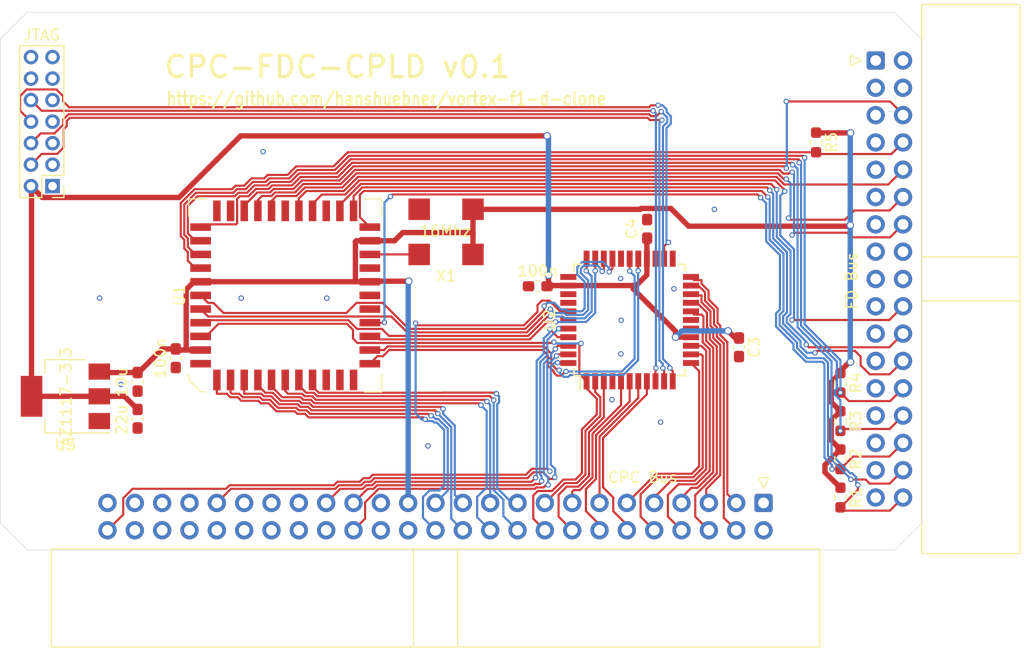
<source format=kicad_pcb>
(kicad_pcb (version 20221018) (generator pcbnew)
  (layers (0 "F.Cu" signal) (31 "B.Cu" signal) (34 "B.Paste" user) (35 "F.Paste" user) (36 "B.SilkS" user "B.Silkscreen") (37 "F.SilkS" user "F.Silkscreen") (38 "B.Mask" user) (39 "F.Mask" user) (44 "Edge.Cuts" user))
  (net 0 "")
  (net 1 "+3.3V")
  (net 2 "GND")
  (net 3 "+5V")
  (net 6 "~{CLKIN}")
  (net 7 "RESET")
  (net 8 "~{IORD}")
  (net 9 "~{IOWR}")
  (net 10 "~{FDCCS}")
  (net 11 "A0")
  (net 12 "/D1")
  (net 13 "/D2")
  (net 14 "/D3")
  (net 15 "/D4")
  (net 16 "/D5")
  (net 17 "/D6")
  (net 18 "/D7")
  (net 20 "/READY")
  (net 21 "CLK4")
  (net 28 "TMS")
  (net 29 "TCK")
  (net 30 "TDO")
  (net 31 "TDI")
  (net 32 "~{LDOR}")
  (net 33 "~{LDCR}")
  (net 34 "~{RDY}")
  (net 35 "RDATA")
  (net 36 "~{WPT}")
  (net 37 "~{TRK00}")
  (net 38 "~{INDEX}")
  (net 39 "/Sound")
  (net 40 "/A15")
  (net 41 "/A14")
  (net 42 "/A13")
  (net 43 "/A12")
  (net 44 "/A11")
  (net 45 "/A10")
  (net 46 "/A9")
  (net 47 "/A8")
  (net 48 "/A7")
  (net 49 "/A6")
  (net 50 "/A5")
  (net 51 "/A4")
  (net 52 "/A3")
  (net 53 "/A2")
  (net 54 "/A1")
  (net 55 "/~{MREQ}")
  (net 56 "/~{M1}")
  (net 57 "/~{RFSH}")
  (net 58 "~{IORQ}")
  (net 59 "~{RD}")
  (net 60 "~{WR}")
  (net 61 "/~{HALT}")
  (net 62 "/~{INT}")
  (net 63 "/~{NMI}")
  (net 64 "/~{BUSRQ}")
  (net 65 "/~{BUSAK}")
  (net 66 "/~{BRST}")
  (net 67 "~{RSET}")
  (net 68 "/~{ROMEN}")
  (net 69 "/ROMDIS")
  (net 70 "/~{RAMRD}")
  (net 71 "/RAMDIS")
  (net 72 "/CURSOR")
  (net 73 "/LPEN")
  (net 74 "/~{EXP}")
  (net 75 "~{SIDE1}")
  (net 76 "~{WGATE}")
  (net 77 "WDATA")
  (net 78 "~{STEP}")
  (net 79 "~{DIR}")
  (net 80 "~{MTRON}")
  (net 81 "~{DS2}")
  (net 82 "~{DS1}")
  (net 83 "~{DS0}")
  (net 84 "~{DS3}")
  (net 88 "MTRON")
  (net 89 "D0")
  (footprint "Capacitor_SMD:C_0603_1608Metric_Pad1.08x0.95mm_HandSolder" (layer "F.Cu") (at 183.642 121.158 -90)
    (fp_text reference "C3")
    (fp_text value "100n")
  )
  (footprint "Capacitor_SMD:C_0603_1608Metric_Pad1.08x0.95mm_HandSolder" (layer "F.Cu") (at 175.1076 110.14755 90)
    (fp_text reference "C4")
    (fp_text value "100n")
  )
  (footprint "Capacitor_SMD:C_0603_1608Metric_Pad1.08x0.95mm_HandSolder" (layer "F.Cu") (at 164.9476 115.48155 180)
    (fp_text reference "C10" hide)
    (fp_text value "100n")
  )
  (footprint "Package_LCC:PLCC-44" (layer "F.Cu") (at 141.478 116.332 90)
    (fp_text reference "U1")
    (fp_text value "37C65")
  )
  (footprint "Resistor_SMD:R_0603_1608Metric_Pad0.98x0.95mm_HandSolder" (layer "F.Cu") (at 193.0654 135.128 -90)
    (fp_text reference "R1")
    (fp_text value "150")
  )
  (footprint "Capacitor_SMD:C_0603_1608Metric_Pad1.08x0.95mm_HandSolder" (layer "F.Cu") (at 127.7616 127.7988 -90)
    (fp_text reference "C2" hide)
    (fp_text value "22u")
  )
  (footprint "Package_TO_SOT_SMD:SOT-223-3_TabPin2" (layer "F.Cu") (at 121.056 125.716 180)
    (fp_text reference "U3")
    (fp_text value "AZ1117-3.3")
  )
  (footprint "Oscillator:Oscillator_SMD_EuroQuartz_XO91-4Pin_7.0x5.0mm" (layer "F.Cu") (at 156.424 110.422 180)
    (fp_text reference "X1")
    (fp_text value "16Mhz")
  )
  (footprint "Resistor_SMD:R_0603_1608Metric_Pad0.98x0.95mm_HandSolder" (layer "F.Cu") (at 193.0654 131.572 -90)
    (fp_text reference "R2")
    (fp_text value "150")
  )
  (footprint "Resistor_SMD:R_0603_1608Metric_Pad0.98x0.95mm_HandSolder" (layer "F.Cu") (at 193.0654 128.016 -90)
    (fp_text reference "R3")
    (fp_text value "150")
  )
  (footprint "Connector_PinHeader_2.00mm:PinHeader_2x07_P2.00mm_Vertical" (layer "F.Cu") (at 119.856 106.172 180)
    (fp_text reference "J1" hide)
    (fp_text value "JTAG")
  )
  (footprint "Connector_IDC:IDC-Header_2x17_P2.54mm_Horizontal" (layer "F.Cu") (at 196.342 94.488)
    (fp_text reference "S2" hide)
    (fp_text value "FD Bus")
  )
  (footprint "Capacitor_SMD:C_0603_1608Metric_Pad1.08x0.95mm_HandSolder" (layer "F.Cu") (at 131.3065 122.174 -90)
    (fp_text reference "C11" hide)
    (fp_text value "100n")
  )
  (footprint "Connector_IDC:IDC-Header_2x25_P2.54mm_Horizontal" (layer "F.Cu") (at 185.923 135.631 -90)
    (fp_text reference "S1" hide)
    (fp_text value "CPC Bus")
  )
  (footprint "Package_QFP:TQFP-44_10x10mm_P0.8mm" (layer "F.Cu") (at 173.482 118.618 90)
    (fp_text reference "U2")
    (fp_text value "XC9572XL-VQ44")
  )
  (footprint "Capacitor_SMD:C_0603_1608Metric_Pad1.08x0.95mm_HandSolder" (layer "F.Cu") (at 127.7616 124.3698 -90)
    (fp_text reference "C1" hide)
    (fp_text value "10u")
  )
  (footprint "Resistor_SMD:R_0603_1608Metric_Pad0.98x0.95mm_HandSolder" (layer "F.Cu") (at 193.0654 124.46 -90)
    (fp_text reference "R4")
    (fp_text value "150")
  )
  (footprint "Resistor_SMD:R_0603_1608Metric_Pad0.98x0.95mm_HandSolder" (layer "F.Cu") (at 190.8048 102.108 -90)
    (fp_text reference "R5")
    (fp_text value "150")
  )
  (gr_line (start 117.52 140.02) (end 198.12 140.02) (stroke (width 0.05)) (layer "Edge.Cuts"))
  (gr_line (start 115 92.5) (end 115 137.5) (stroke (width 0.05)) (layer "Edge.Cuts"))
  (gr_line (start 198.12 90) (end 117.5 90) (stroke (width 0.05)) (layer "Edge.Cuts"))
  (gr_line (start 117.5 90) (end 115 92.5) (stroke (width 0.05)) (layer "Edge.Cuts"))
  (gr_line (start 198.12 140.02) (end 200.64 137.5) (stroke (width 0.05)) (layer "Edge.Cuts"))
  (gr_line (start 115 137.5) (end 117.52 140.02) (stroke (width 0.05)) (layer "Edge.Cuts"))
  (gr_line (start 200.64 92.52) (end 198.12 90) (stroke (width 0.05)) (layer "Edge.Cuts"))
  (gr_line (start 200.64 137.5) (end 200.64 92.52) (stroke (width 0.05)) (layer "Edge.Cuts"))
  (gr_text "https://github.com/hanshuebner/vortex-f1-d-clone" (at 150.876 98.044) (layer "F.SilkS") (effects (font (size 1.2 1) (thickness 0.2))))
  (gr_text "CPC-FDC-CPLD v0.1" (at 146.3294 95.0722) (layer "F.SilkS") (effects (font (size 2 2) (thickness 0.3))))
  (segment (start 175.082 112.918) (end 175.082 111.03565) (width 0.5) (layer "F.Cu") (net 1))
  (segment (start 175.082 111.03565) (end 175.1076 111.01005) (width 0.5) (layer "F.Cu") (net 1))
  (segment (start 183.642 120.2955) (end 183.2875 120.2955) (width 0.5) (layer "F.Cu") (net 1))
  (segment (start 177.7492 120.2182) (end 177.7494 120.218) (width 0.5) (layer "F.Cu") (net 1))
  (segment (start 172.949 115.418) (end 167.782 115.418) (width 0.5) (layer "F.Cu") (net 1))
  (segment (start 183.2875 120.2955) (end 182.626 119.634) (width 0.5) (layer "F.Cu") (net 1))
  (segment (start 137.3378 101.4984) (end 165.8112 101.4984) (width 0.5) (layer "F.Cu") (net 1))
  (segment (start 177.7492 119.6594) (end 173.816639 115.726839) (width 0.5) (layer "F.Cu") (net 1))
  (segment (start 177.7492 120.2182) (end 177.7492 119.6594) (width 0.5) (layer "F.Cu") (net 1))
  (segment (start 117.906 125.716) (end 117.906 106.222) (width 0.5) (layer "F.Cu") (net 1))
  (segment (start 167.782 115.418) (end 165.87365 115.418) (width 0.5) (layer "F.Cu") (net 1))
  (segment (start 124.206 125.716) (end 126.5413 125.716) (width 0.5) (layer "F.Cu") (net 1))
  (segment (start 172.949 115.418) (end 173.816639 115.418) (width 0.5) (layer "F.Cu") (net 1))
  (segment (start 165.9382 115.35345) (end 165.8101 115.48155) (width 0.5) (layer "F.Cu") (net 1))
  (segment (start 117.906 125.716) (end 124.206 125.716) (width 0.5) (layer "F.Cu") (net 1))
  (segment (start 131.6122 107.224) (end 137.3378 101.4984) (width 0.5) (layer "F.Cu") (net 1))
  (segment (start 126.5413 125.716) (end 127.7616 126.9363) (width 0.5) (layer "F.Cu") (net 1))
  (segment (start 117.906 106.222) (end 117.856 106.172) (width 0.5) (layer "F.Cu") (net 1))
  (segment (start 165.9382 114.4524) (end 165.9382 115.35345) (width 0.5) (layer "F.Cu") (net 1))
  (segment (start 165.87365 115.418) (end 165.8101 115.48155) (width 0.5) (layer "F.Cu") (net 1))
  (segment (start 173.816639 115.418) (end 174.0912 115.418) (width 0.5) (layer "F.Cu") (net 1))
  (segment (start 117.856 106.172) (end 118.908 107.224) (width 0.5) (layer "F.Cu") (net 1))
  (segment (start 118.908 107.224) (end 131.6122 107.224) (width 0.5) (layer "F.Cu") (net 1))
  (segment (start 174.0912 115.418) (end 175.082 114.4272) (width 0.5) (layer "F.Cu") (net 1))
  (segment (start 173.816639 115.726839) (end 173.816639 115.418) (width 0.5) (layer "F.Cu") (net 1))
  (segment (start 177.7494 120.218) (end 179.182 120.218) (width 0.5) (layer "F.Cu") (net 1))
  (segment (start 175.082 114.4272) (end 175.082 112.918) (width 0.5) (layer "F.Cu") (net 1))
  (via (at 177.7492 120.2182) (size 0.7) (drill 0.5) (layers "F.Cu" "B.Cu") (net 1))
  (via (at 165.9382 114.4524) (size 0.7) (drill 0.5) (layers "F.Cu" "B.Cu") (net 1))
  (via (at 165.8112 101.4984) (size 0.7) (drill 0.5) (layers "F.Cu" "B.Cu") (net 1))
  (via (at 182.626 119.634) (size 0.7) (drill 0.5) (layers "F.Cu" "B.Cu") (net 1))
  (segment (start 177.7492 120.2182) (end 178.3334 119.634) (width 0.5) (layer "B.Cu") (net 1))
  (segment (start 165.9382 101.6254) (end 165.9382 114.4524) (width 0.5) (layer "B.Cu") (net 1))
  (segment (start 178.3334 119.634) (end 182.626 119.634) (width 0.5) (layer "B.Cu") (net 1))
  (segment (start 165.8112 101.4984) (end 165.9382 101.6254) (width 0.5) (layer "B.Cu") (net 1))
  (via (at 124.2314 116.586) (size 0.5) (drill 0.3) (layers "F.Cu" "B.Cu") (net 2))
  (via (at 171.831 126.0348) (size 0.5) (drill 0.3) (layers "F.Cu" "B.Cu") (net 2))
  (via (at 137.3886 116.586) (size 0.5) (drill 0.3) (layers "F.Cu" "B.Cu") (net 2))
  (via (at 139.4206 102.9716) (size 0.5) (drill 0.3) (layers "F.Cu" "B.Cu") (net 2))
  (via (at 172.6438 114.7572) (size 0.5) (drill 0.3) (layers "F.Cu" "B.Cu") (net 2))
  (via (at 154.7368 130.3274) (size 0.5) (drill 0.3) (layers "F.Cu" "B.Cu") (net 2))
  (via (at 172.6692 121.7676) (size 0.5) (drill 0.3) (layers "F.Cu" "B.Cu") (net 2))
  (via (at 126.2126 124.6124) (size 0.5) (drill 0.3) (layers "F.Cu" "B.Cu") (net 2))
  (via (at 181.356 108.331) (size 0.5) (drill 0.3) (layers "F.Cu" "B.Cu") (net 2))
  (via (at 177.5968 115.7224) (size 0.5) (drill 0.3) (layers "F.Cu" "B.Cu") (net 2))
  (via (at 145.3388 116.586) (size 0.5) (drill 0.3) (layers "F.Cu" "B.Cu") (net 2))
  (via (at 176.3522 128.1176) (size 0.5) (drill 0.3) (layers "F.Cu" "B.Cu") (net 2))
  (via (at 172.6946 118.6434) (size 0.5) (drill 0.3) (layers "F.Cu" "B.Cu") (net 2))
  (segment (start 158.924 108.322) (end 158.924 110.744) (width 0.5) (layer "F.Cu") (net 3))
  (segment (start 192.2134 124.3995) (end 193.0654 123.5475) (width 0.5) (layer "F.Cu") (net 3))
  (segment (start 174.55638 108.24355) (end 177.30615 108.24355) (width 0.5) (layer "F.Cu") (net 3))
  (segment (start 130.0469 121.3115) (end 131.3065 121.3115) (width 0.5) (layer "F.Cu") (net 3))
  (segment (start 148.082 115.062) (end 148.001 114.981) (width 0.5) (layer "F.Cu") (net 3))
  (segment (start 127.8511 123.5073) (end 130.0469 121.3115) (width 0.5) (layer "F.Cu") (net 3))
  (segment (start 148.082 111.252) (end 149.3405 111.252) (width 0.5) (layer "F.Cu") (net 3))
  (segment (start 149.3405 115.062) (end 148.082 115.062) (width 0.5) (layer "F.Cu") (net 3))
  (segment (start 192.2134 126.2515) (end 192.2134 124.3995) (width 0.5) (layer "F.Cu") (net 3))
  (segment (start 148.001 114.981) (end 148.001 111.333) (width 0.5) (layer "F.Cu") (net 3))
  (segment (start 193.0654 130.6595) (end 192.2134 129.8075) (width 0.5) (layer "F.Cu") (net 3))
  (segment (start 148.001 114.981) (end 147.92 115.062) (width 0.5) (layer "F.Cu") (net 3))
  (segment (start 149.3913 115.0112) (end 149.3405 115.062) (width 0.5) (layer "F.Cu") (net 3))
  (segment (start 133.6155 115.062) (end 133.003 115.062) (width 0.5) (layer "F.Cu") (net 3))
  (segment (start 133.6155 121.412) (end 132.334 121.412) (width 0.5) (layer "F.Cu") (net 3))
  (segment (start 132.276 115.789) (end 132.276 121.354) (width 0.5) (layer "F.Cu") (net 3))
  (segment (start 192.2134 127.9555) (end 193.0654 127.1035) (width 0.5) (layer "F.Cu") (net 3))
  (segment (start 177.30615 108.24355) (end 178.9604 109.8978) (width 0.5) (layer "F.Cu") (net 3))
  (segment (start 148.001 111.333) (end 148.082 111.252) (width 0.5) (layer "F.Cu") (net 3))
  (segment (start 190.8283 101.219) (end 190.8048 101.1955) (width 0.5) (layer "F.Cu") (net 3))
  (segment (start 178.9604 109.8978) (end 193.8862 109.8978) (width 0.5) (layer "F.Cu") (net 3))
  (segment (start 191.628 132.7781) (end 191.628 132.0969) (width 0.5) (layer "F.Cu") (net 3))
  (segment (start 133.003 115.062) (end 132.276 115.789) (width 0.5) (layer "F.Cu") (net 3))
  (segment (start 151.638 111.252) (end 149.3405 111.252) (width 0.5) (layer "F.Cu") (net 3))
  (segment (start 147.92 115.062) (end 133.6155 115.062) (width 0.5) (layer "F.Cu") (net 3))
  (segment (start 193.0654 127.1035) (end 192.2134 126.2515) (width 0.5) (layer "F.Cu") (net 3))
  (segment (start 132.334 121.412) (end 131.407 121.412) (width 0.5) (layer "F.Cu") (net 3))
  (segment (start 131.407 121.412) (end 131.3065 121.3115) (width 0.5) (layer "F.Cu") (net 3))
  (segment (start 193.0654 123.5475) (end 193.0654 123.3678) (width 0.5) (layer "F.Cu") (net 3))
  (segment (start 193.0654 134.2155) (end 191.628 132.7781) (width 0.5) (layer "F.Cu") (net 3))
  (segment (start 152.9588 115.0112) (end 149.3913 115.0112) (width 0.5) (layer "F.Cu") (net 3))
  (segment (start 193.8862 109.8978) (end 193.9798 109.8042) (width 0.5) (layer "F.Cu") (net 3))
  (segment (start 152.4 110.49) (end 151.638 111.252) (width 0.5) (layer "F.Cu") (net 3))
  (segment (start 158.933 108.331) (end 174.46893 108.331) (width 0.5) (layer "F.Cu") (net 3))
  (segment (start 158.924 108.322) (end 158.933 108.331) (width 0.5) (layer "F.Cu") (net 3))
  (segment (start 174.46893 108.331) (end 174.55638 108.24355) (width 0.5) (layer "F.Cu") (net 3))
  (segment (start 127.7616 123.5073) (end 124.2973 123.5073) (width 0.5) (layer "F.Cu") (net 3))
  (segment (start 192.2134 129.8075) (end 192.2134 127.9555) (width 0.5) (layer "F.Cu") (net 3))
  (segment (start 158.924 110.744) (end 158.924 110.49) (width 0.5) (layer "F.Cu") (net 3))
  (segment (start 194.0052 101.219) (end 190.8283 101.219) (width 0.5) (layer "F.Cu") (net 3))
  (segment (start 124.2973 123.5073) (end 124.206 123.416) (width 0.5) (layer "F.Cu") (net 3))
  (segment (start 158.924 110.49) (end 152.4 110.49) (width 0.5) (layer "F.Cu") (net 3))
  (segment (start 158.924 110.744) (end 158.924 112.522) (width 0.5) (layer "F.Cu") (net 3))
  (segment (start 193.0654 123.3678) (end 193.9798 122.4534) (width 0.5) (layer "F.Cu") (net 3))
  (segment (start 191.628 132.0969) (end 193.0654 130.6595) (width 0.5) (layer "F.Cu") (net 3))
  (segment (start 127.7616 123.5073) (end 127.8511 123.5073) (width 0.5) (layer "F.Cu") (net 3))
  (segment (start 132.276 121.354) (end 132.334 121.412) (width 0.5) (layer "F.Cu") (net 3))
  (via (at 194.0052 101.219) (size 0.7) (drill 0.5) (layers "F.Cu" "B.Cu") (net 3))
  (via (at 193.9798 109.8042) (size 0.7) (drill 0.5) (layers "F.Cu" "B.Cu") (net 3))
  (via (at 152.9588 115.0112) (size 0.7) (drill 0.5) (layers "F.Cu" "B.Cu") (net 3))
  (via (at 194.0052 122.5296) (size 0.7) (drill 0.5) (layers "F.Cu" "B.Cu") (net 3))
  (segment (start 152.903 115.067) (end 152.9588 115.0112) (width 0.5) (layer "B.Cu") (net 3))
  (segment (start 193.9798 122.4534) (end 193.9798 109.8042) (width 0.5) (layer "B.Cu") (net 3))
  (segment (start 193.9798 109.8042) (end 193.9798 101.2444) (width 0.5) (layer "B.Cu") (net 3))
  (segment (start 193.9798 101.2444) (end 194.0052 101.219) (width 0.5) (layer "B.Cu") (net 3))
  (segment (start 152.903 135.631) (end 152.903 115.067) (width 0.5) (layer "B.Cu") (net 3))
  (segment (start 149.3405 112.522) (end 153.924 112.522) (width 0.2) (layer "F.Cu") (net 6))
  (segment (start 149.953 120.142) (end 150.2356 120.4246) (width 0.2) (layer "F.Cu") (net 7))
  (segment (start 170.2816 114.046) (end 170.2816 112.9184) (width 0.2) (layer "F.Cu") (net 7))
  (segment (start 149.3405 120.142) (end 149.953 120.142) (width 0.2) (layer "F.Cu") (net 7))
  (segment (start 164.196989 120.4246) (end 165.825789 118.7958) (width 0.2) (layer "F.Cu") (net 7))
  (segment (start 150.2356 120.4246) (end 164.196989 120.4246) (width 0.2) (layer "F.Cu") (net 7))
  (segment (start 165.825789 118.7958) (end 166.5986 118.7958) (width 0.2) (layer "F.Cu") (net 7))
  (segment (start 170.2816 112.9184) (end 170.282 112.918) (width 0.2) (layer "F.Cu") (net 7))
  (via (at 170.2816 114.046) (size 0.5) (drill 0.3) (layers "F.Cu" "B.Cu") (net 7))
  (via (at 166.5986 118.7958) (size 0.5) (drill 0.3) (layers "F.Cu" "B.Cu") (net 7))
  (segment (start 166.5986 118.7958) (end 169.4434 118.7958) (width 0.2) (layer "B.Cu") (net 7))
  (segment (start 169.4434 118.7958) (end 170.2816 117.9576) (width 0.2) (layer "B.Cu") (net 7))
  (segment (start 170.2816 117.9576) (end 170.2816 114.046) (width 0.2) (layer "B.Cu") (net 7))
  (segment (start 152.9486 119.4436) (end 163.790645 119.4436) (width 0.2) (layer "F.Cu") (net 8))
  (segment (start 171.882 113.83377) (end 171.882 112.918) (width 0.2) (layer "F.Cu") (net 8))
  (segment (start 148.1002 117.025) (end 150.53 117.025) (width 0.2) (layer "F.Cu") (net 8))
  (segment (start 135.748 117.968) (end 147.1572 117.968) (width 0.2) (layer "F.Cu") (net 8))
  (segment (start 134.805 117.025) (end 135.748 117.968) (width 0.2) (layer "F.Cu") (net 8))
  (segment (start 134.3085 117.025) (end 134.805 117.025) (width 0.2) (layer "F.Cu") (net 8))
  (segment (start 165.5318 117.702445) (end 165.5318 117.3226) (width 0.2) (layer "F.Cu") (net 8))
  (segment (start 171.578107 114.137663) (end 171.882 113.83377) (width 0.2) (layer "F.Cu") (net 8))
  (segment (start 163.790645 119.4436) (end 165.5318 117.702445) (width 0.2) (layer "F.Cu") (net 8))
  (segment (start 147.1572 117.968) (end 148.1002 117.025) (width 0.2) (layer "F.Cu") (net 8))
  (segment (start 150.53 117.025) (end 152.9486 119.4436) (width 0.2) (layer "F.Cu") (net 8))
  (segment (start 133.6155 116.332) (end 134.3085 117.025) (width 0.2) (layer "F.Cu") (net 8))
  (via (at 165.5318 117.3226) (size 0.5) (drill 0.3) (layers "F.Cu" "B.Cu") (net 8))
  (via (at 171.578107 114.137663) (size 0.5) (drill 0.3) (layers "F.Cu" "B.Cu") (net 8))
  (segment (start 169.100845 113.219) (end 168.6164 113.703445) (width 0.2) (layer "B.Cu") (net 8))
  (segment (start 167.0956 117.6418) (end 166.4716 117.0178) (width 0.2) (layer "B.Cu") (net 8))
  (segment (start 170.999907 113.219) (end 169.100845 113.219) (width 0.2) (layer "B.Cu") (net 8))
  (segment (start 168.6164 114.388555) (end 169.3006 115.072755) (width 0.2) (layer "B.Cu") (net 8))
  (segment (start 171.5944 114.12137) (end 171.5944 113.813493) (width 0.2) (layer "B.Cu") (net 8))
  (segment (start 166.4716 117.0178) (end 165.8366 117.0178) (width 0.2) (layer "B.Cu") (net 8))
  (segment (start 169.037056 117.8148) (end 167.707696 117.8148) (width 0.2) (layer "B.Cu") (net 8))
  (segment (start 169.3006 117.551256) (end 169.037056 117.8148) (width 0.2) (layer "B.Cu") (net 8))
  (segment (start 167.707696 117.8148) (end 167.534696 117.6418) (width 0.2) (layer "B.Cu") (net 8))
  (segment (start 167.534696 117.6418) (end 167.0956 117.6418) (width 0.2) (layer "B.Cu") (net 8))
  (segment (start 171.5944 113.813493) (end 170.999907 113.219) (width 0.2) (layer "B.Cu") (net 8))
  (segment (start 165.8366 117.0178) (end 165.5318 117.3226) (width 0.2) (layer "B.Cu") (net 8))
  (segment (start 171.578107 114.137663) (end 171.5944 114.12137) (width 0.2) (layer "B.Cu") (net 8))
  (segment (start 168.6164 113.703445) (end 168.6164 114.388555) (width 0.2) (layer "B.Cu") (net 8))
  (segment (start 169.3006 115.072755) (end 169.3006 117.551256) (width 0.2) (layer "B.Cu") (net 8))
  (segment (start 170.928933 114.104848) (end 171.082 113.951781) (width 0.2) (layer "F.Cu") (net 9))
  (segment (start 163.926093 119.7706) (end 152.813152 119.7706) (width 0.2) (layer "F.Cu") (net 9))
  (segment (start 166.11318 117.61329) (end 165.93867 117.7878) (width 0.2) (layer "F.Cu") (net 9))
  (segment (start 165.93867 117.7878) (end 165.908893 117.7878) (width 0.2) (layer "F.Cu") (net 9))
  (segment (start 152.813152 119.7706) (end 151.337552 118.295) (width 0.2) (layer "F.Cu") (net 9))
  (segment (start 171.082 113.951781) (end 171.082 112.918) (width 0.2) (layer "F.Cu") (net 9))
  (segment (start 165.908893 117.7878) (end 163.926093 119.7706) (width 0.2) (layer "F.Cu") (net 9))
  (segment (start 134.3085 118.295) (end 133.6155 117.602) (width 0.2) (layer "F.Cu") (net 9))
  (segment (start 151.337552 118.295) (end 134.3085 118.295) (width 0.2) (layer "F.Cu") (net 9))
  (via (at 170.928933 114.104848) (size 0.5) (drill 0.3) (layers "F.Cu" "B.Cu") (net 9))
  (via (at 166.11318 117.61329) (size 0.5) (drill 0.3) (layers "F.Cu" "B.Cu") (net 9))
  (segment (start 169.6276 114.937307) (end 168.9434 114.253107) (width 0.2) (layer "B.Cu") (net 9))
  (segment (start 169.172504 118.1418) (end 169.6276 117.686704) (width 0.2) (layer "B.Cu") (net 9))
  (segment (start 166.11318 117.61329) (end 166.148597 117.61329) (width 0.2) (layer "B.Cu") (net 9))
  (segment (start 166.148597 117.61329) (end 166.504107 117.9688) (width 0.2) (layer "B.Cu") (net 9))
  (segment (start 170.7816 113.957515) (end 170.928933 114.104848) (width 0.2) (layer "B.Cu") (net 9))
  (segment (start 166.504107 117.9688) (end 167.399248 117.9688) (width 0.2) (layer "B.Cu") (net 9))
  (segment (start 170.7816 113.838893) (end 170.7816 113.957515) (width 0.2) (layer "B.Cu") (net 9))
  (segment (start 167.399248 117.9688) (end 167.572248 118.1418) (width 0.2) (layer "B.Cu") (net 9))
  (segment (start 167.572248 118.1418) (end 169.172504 118.1418) (width 0.2) (layer "B.Cu") (net 9))
  (segment (start 169.6276 117.686704) (end 169.6276 114.937307) (width 0.2) (layer "B.Cu") (net 9))
  (segment (start 168.9434 113.838893) (end 169.236293 113.546) (width 0.2) (layer "B.Cu") (net 9))
  (segment (start 168.9434 114.253107) (end 168.9434 113.838893) (width 0.2) (layer "B.Cu") (net 9))
  (segment (start 170.488707 113.546) (end 170.7816 113.838893) (width 0.2) (layer "B.Cu") (net 9))
  (segment (start 169.236293 113.546) (end 170.488707 113.546) (width 0.2) (layer "B.Cu") (net 9))
  (segment (start 147.3454 118.6434) (end 133.8441 118.6434) (width 0.2) (layer "F.Cu") (net 10))
  (segment (start 166.1922 118.3386) (end 165.820541 118.3386) (width 0.2) (layer "F.Cu") (net 10))
  (segment (start 133.8441 118.6434) (end 133.6155 118.872) (width 0.2) (layer "F.Cu") (net 10))
  (segment (start 150.4624 119.449) (end 148.151 119.449) (width 0.2) (layer "F.Cu") (net 10))
  (segment (start 165.820541 118.3386) (end 164.061541 120.0976) (width 0.2) (layer "F.Cu") (net 10))
  (segment (start 169.482 112.918) (end 169.482 114.0074) (width 0.2) (layer "F.Cu") (net 10))
  (segment (start 169.482 114.0074) (end 169.4434 114.046) (width 0.2) (layer "F.Cu") (net 10))
  (segment (start 148.151 119.449) (end 147.3454 118.6434) (width 0.2) (layer "F.Cu") (net 10))
  (segment (start 151.111 120.0976) (end 150.4624 119.449) (width 0.2) (layer "F.Cu") (net 10))
  (segment (start 164.061541 120.0976) (end 151.111 120.0976) (width 0.2) (layer "F.Cu") (net 10))
  (via (at 166.116 118.2878) (size 0.5) (drill 0.3) (layers "F.Cu" "B.Cu") (net 10))
  (via (at 169.4434 114.046) (size 0.5) (drill 0.3) (layers "F.Cu" "B.Cu") (net 10))
  (segment (start 169.364576 118.412176) (end 169.307952 118.4688) (width 0.2) (layer "B.Cu") (net 10))
  (segment (start 167.2638 118.2958) (end 166.2858 118.2958) (width 0.2) (layer "B.Cu") (net 10))
  (segment (start 166.235 118.2958) (end 166.1922 118.3386) (width 0.2) (layer "B.Cu") (net 10))
  (segment (start 169.9546 115.8494) (end 169.9546 117.822152) (width 0.2) (layer "B.Cu") (net 10))
  (segment (start 167.4368 118.4688) (end 167.2638 118.2958) (width 0.2) (layer "B.Cu") (net 10))
  (segment (start 166.2858 118.2958) (end 166.235 118.2958) (width 0.2) (layer "B.Cu") (net 10))
  (segment (start 169.4434 114.046) (end 169.9546 114.5572) (width 0.2) (layer "B.Cu") (net 10))
  (segment (start 169.307952 118.4688) (end 167.4368 118.4688) (width 0.2) (layer "B.Cu") (net 10))
  (segment (start 169.9546 117.822152) (end 169.364576 118.412176) (width 0.2) (layer "B.Cu") (net 10))
  (segment (start 169.9546 114.5572) (end 169.9546 115.8494) (width 0.2) (layer "B.Cu") (net 10))
  (segment (start 168.8084 123.6444) (end 169.482 124.318) (width 0.2) (layer "F.Cu") (net 11))
  (segment (start 169.482 124.986448) (end 169.482 124.318) (width 0.2) (layer "F.Cu") (net 11))
  (segment (start 164.9476 134.5184) (end 166.263152 134.5184) (width 0.2) (layer "F.Cu") (net 11))
  (segment (start 147.209952 118.9704) (end 135.2836 118.9704) (width 0.2) (layer "F.Cu") (net 11))
  (segment (start 168.9608 120.8024) (end 168.8084 120.9548) (width 0.2) (layer "F.Cu") (net 11))
  (segment (start 169.048 132.8564) (end 169.048 128.784312) (width 0.2) (layer "F.Cu") (net 11))
  (segment (start 134.112 120.142) (end 133.6155 120.142) (width 0.2) (layer "F.Cu") (net 11))
  (segment (start 167.323552 133.458) (end 168.4464 133.458) (width 0.2) (layer "F.Cu") (net 11))
  (segment (start 168.8084 120.9548) (end 168.8084 123.6444) (width 0.2) (layer "F.Cu") (net 11))
  (segment (start 164.526 137.094) (end 164.526 134.94) (width 0.2) (layer "F.Cu") (net 11))
  (segment (start 166.367144 120.7516) (end 148.1836 120.7516) (width 0.2) (layer "F.Cu") (net 11))
  (segment (start 147.7772 120.3452) (end 147.7772 119.537648) (width 0.2) (layer "F.Cu") (net 11))
  (segment (start 148.1836 120.7516) (end 147.7772 120.3452) (width 0.2) (layer "F.Cu") (net 11))
  (segment (start 164.526 134.94) (end 164.9476 134.5184) (width 0.2) (layer "F.Cu") (net 11))
  (segment (start 166.263152 134.5184) (end 167.323552 133.458) (width 0.2) (layer "F.Cu") (net 11))
  (segment (start 147.7772 119.537648) (end 147.209952 118.9704) (width 0.2) (layer "F.Cu") (net 11))
  (segment (start 168.4464 133.458) (end 169.048 132.8564) (width 0.2) (layer "F.Cu") (net 11))
  (segment (start 166.445724 120.67302) (end 166.367144 120.7516) (width 0.2) (layer "F.Cu") (net 11))
  (segment (start 170.428 125.932448) (end 169.482 124.986448) (width 0.2) (layer "F.Cu") (net 11))
  (segment (start 170.428 127.404312) (end 170.428 125.932448) (width 0.2) (layer "F.Cu") (net 11))
  (segment (start 165.603 138.171) (end 164.526 137.094) (width 0.2) (layer "F.Cu") (net 11))
  (segment (start 169.048 128.784312) (end 170.428 127.404312) (width 0.2) (layer "F.Cu") (net 11))
  (segment (start 135.2836 118.9704) (end 134.112 120.142) (width 0.2) (layer "F.Cu") (net 11))
  (via (at 166.445724 120.67302) (size 0.5) (drill 0.3) (layers "F.Cu" "B.Cu") (net 11))
  (via (at 168.9608 120.8024) (size 0.5) (drill 0.3) (layers "F.Cu" "B.Cu") (net 11))
  (segment (start 168.9608 120.8024) (end 166.575104 120.8024) (width 0.2) (layer "B.Cu") (net 11))
  (segment (start 166.575104 120.8024) (end 166.445724 120.67302) (width 0.2) (layer "B.Cu") (net 11))
  (segment (start 143.782312 127.346) (end 154.7272 127.346) (width 0.2) (layer "F.Cu") (net 12))
  (segment (start 136.517 125.476) (end 136.398 125.357) (width 0.2) (layer "F.Cu") (net 12))
  (segment (start 136.398 125.357) (end 136.398 124.1945) (width 0.2) (layer "F.Cu") (net 12))
  (segment (start 139.125104 125.803) (end 137.532552 125.803) (width 0.2) (layer "F.Cu") (net 12))
  (segment (start 143.455312 127.019) (end 142.74076 127.019) (width 0.2) (layer "F.Cu") (net 12))
  (segment (start 154.7272 127.346) (end 154.8892 127.508) (width 0.2) (layer "F.Cu") (net 12))
  (segment (start 137.532552 125.803) (end 137.205552 125.476) (width 0.2) (layer "F.Cu") (net 12))
  (segment (start 137.205552 125.476) (end 136.517 125.476) (width 0.2) (layer "F.Cu") (net 12))
  (segment (start 140.797656 126.784) (end 140.051656 126.038) (width 0.2) (layer "F.Cu") (net 12))
  (segment (start 139.360104 126.038) (end 139.125104 125.803) (width 0.2) (layer "F.Cu") (net 12))
  (segment (start 142.50576 126.784) (end 140.797656 126.784) (width 0.2) (layer "F.Cu") (net 12))
  (segment (start 142.74076 127.019) (end 142.50576 126.784) (width 0.2) (layer "F.Cu") (net 12))
  (segment (start 140.051656 126.038) (end 139.360104 126.038) (width 0.2) (layer "F.Cu") (net 12))
  (segment (start 143.782312 127.346) (end 143.455312 127.019) (width 0.2) (layer "F.Cu") (net 12))
  (via (at 155.034001 127.5191) (size 0.5) (drill 0.3) (layers "F.Cu" "B.Cu") (net 12))
  (segment (start 155.153597 127.529729) (end 155.44649 127.822622) (width 0.2) (layer "B.Cu") (net 12))
  (segment (start 156.579 134.495) (end 155.443 135.631) (width 0.2) (layer "B.Cu") (net 12))
  (segment (start 155.44649 127.822622) (end 155.691149 127.822622) (width 0.2) (layer "B.Cu") (net 12))
  (segment (start 155.691149 127.822622) (end 156.579 128.710473) (width 0.2) (layer "B.Cu") (net 12))
  (segment (start 155.153597 127.508) (end 155.153597 127.529729) (width 0.2) (layer "B.Cu") (net 12))
  (segment (start 154.8892 127.508) (end 155.153597 127.508) (width 0.2) (layer "B.Cu") (net 12))
  (segment (start 156.579 128.710473) (end 156.579 134.495) (width 0.2) (layer "B.Cu") (net 12))
  (segment (start 143.91776 127.019) (end 143.59076 126.692) (width 0.2) (layer "F.Cu") (net 13))
  (segment (start 139.495552 125.711) (end 139.260552 125.476) (width 0.2) (layer "F.Cu") (net 13))
  (segment (start 155.44076 127.019) (end 155.3464 127.019) (width 0.2) (layer "F.Cu") (net 13))
  (segment (start 139.260552 125.476) (end 137.668 125.476) (width 0.2) (layer "F.Cu") (net 13))
  (segment (start 155.349975 127.019) (end 155.653597 127.322622) (width 0.2) (layer "F.Cu") (net 13))
  (segment (start 143.59076 126.692) (end 142.876208 126.692) (width 0.2) (layer "F.Cu") (net 13))
  (segment (start 140.187104 125.711) (end 139.495552 125.711) (width 0.2) (layer "F.Cu") (net 13))
  (segment (start 142.876208 126.692) (end 142.641208 126.457) (width 0.2) (layer "F.Cu") (net 13))
  (segment (start 155.3464 127.019) (end 155.349975 127.019) (width 0.2) (layer "F.Cu") (net 13))
  (segment (start 155.3464 127.019) (end 143.91776 127.019) (width 0.2) (layer "F.Cu") (net 13))
  (segment (start 140.933104 126.457) (end 140.187104 125.711) (width 0.2) (layer "F.Cu") (net 13))
  (segment (start 142.641208 126.457) (end 140.933104 126.457) (width 0.2) (layer "F.Cu") (net 13))
  (segment (start 137.668 125.476) (end 137.668 124.1945) (width 0.2) (layer "F.Cu") (net 13))
  (via (at 155.653597 127.322622) (size 0.5) (drill 0.3) (layers "F.Cu" "B.Cu") (net 13))
  (segment (start 156.906 137.094) (end 157.983 138.171) (width 0.2) (layer "B.Cu") (net 13))
  (segment (start 155.653597 127.322622) (end 156.906 128.575025) (width 0.2) (layer "B.Cu") (net 13))
  (segment (start 156.906 128.575025) (end 156.906 137.094) (width 0.2) (layer "B.Cu") (net 13))
  (segment (start 140.322552 125.384) (end 139.631 125.384) (width 0.2) (layer "F.Cu") (net 14))
  (segment (start 143.011656 126.365) (end 142.776656 126.13) (width 0.2) (layer "F.Cu") (net 14))
  (segment (start 142.776656 126.13) (end 141.068552 126.13) (width 0.2) (layer "F.Cu") (net 14))
  (segment (start 138.938 124.691) (end 138.938 124.1945) (width 0.2) (layer "F.Cu") (net 14))
  (segment (start 143.726208 126.365) (end 143.011656 126.365) (width 0.2) (layer "F.Cu") (net 14))
  (segment (start 141.068552 126.13) (end 140.322552 125.384) (width 0.2) (layer "F.Cu") (net 14))
  (segment (start 155.940566 126.692) (end 144.053208 126.692) (width 0.2) (layer "F.Cu") (net 14))
  (segment (start 156.139932 126.891366) (end 155.940566 126.692) (width 0.2) (layer "F.Cu") (net 14))
  (segment (start 139.631 125.384) (end 138.938 124.691) (width 0.2) (layer "F.Cu") (net 14))
  (segment (start 144.053208 126.692) (end 143.726208 126.365) (width 0.2) (layer "F.Cu") (net 14))
  (via (at 156.139932 126.891366) (size 0.5) (drill 0.3) (layers "F.Cu" "B.Cu") (net 14))
  (segment (start 157.233 134.881) (end 157.983 135.631) (width 0.2) (layer "B.Cu") (net 14))
  (segment (start 157.233 128.439577) (end 157.233 134.881) (width 0.2) (layer "B.Cu") (net 14))
  (segment (start 156.153597 127.360174) (end 157.233 128.439577) (width 0.2) (layer "B.Cu") (net 14))
  (segment (start 156.153597 127.115515) (end 156.153597 127.360174) (width 0.2) (layer "B.Cu") (net 14))
  (segment (start 156.139932 127.10185) (end 156.153597 127.115515) (width 0.2) (layer "B.Cu") (net 14))
  (segment (start 156.139932 126.891366) (end 156.139932 127.10185) (width 0.2) (layer "B.Cu") (net 14))
  (segment (start 143.861656 126.038) (end 143.147104 126.038) (width 0.2) (layer "F.Cu") (net 15))
  (segment (start 141.204 125.803) (end 140.208 124.807) (width 0.2) (layer "F.Cu") (net 15))
  (segment (start 159.4866 126.365) (end 159.6644 126.5428) (width 0.2) (layer "F.Cu") (net 15))
  (segment (start 155.711656 126.365) (end 144.188656 126.365) (width 0.2) (layer "F.Cu") (net 15))
  (segment (start 140.208 124.807) (end 140.208 124.1945) (width 0.2) (layer "F.Cu") (net 15))
  (segment (start 155.711656 126.365) (end 159.4866 126.365) (width 0.2) (layer "F.Cu") (net 15))
  (segment (start 144.188656 126.365) (end 143.861656 126.038) (width 0.2) (layer "F.Cu") (net 15))
  (segment (start 143.147104 126.038) (end 142.912104 125.803) (width 0.2) (layer "F.Cu") (net 15))
  (segment (start 142.912104 125.803) (end 141.204 125.803) (width 0.2) (layer "F.Cu") (net 15))
  (via (at 159.6644 126.5428) (size 0.5) (drill 0.3) (layers "F.Cu" "B.Cu") (net 15))
  (segment (start 159.3088 136.9568) (end 160.523 138.171) (width 0.2) (layer "B.Cu") (net 15))
  (segment (start 160.196 134.19) (end 159.3088 135.0772) (width 0.2) (layer "B.Cu") (net 15))
  (segment (start 160.196 127.0744) (end 160.196 134.19) (width 0.2) (layer "B.Cu") (net 15))
  (segment (start 159.3088 135.0772) (end 159.3088 136.9568) (width 0.2) (layer "B.Cu") (net 15))
  (segment (start 159.6644 126.5428) (end 160.196 127.0744) (width 0.2) (layer "B.Cu") (net 15))
  (segment (start 160.055301 126.038) (end 160.215601 126.1983) (width 0.2) (layer "F.Cu") (net 16))
  (segment (start 155.847104 126.038) (end 160.055301 126.038) (width 0.2) (layer "F.Cu") (net 16))
  (segment (start 143.997104 125.711) (end 143.282552 125.711) (width 0.2) (layer "F.Cu") (net 16))
  (segment (start 155.847104 126.038) (end 144.324104 126.038) (width 0.2) (layer "F.Cu") (net 16))
  (segment (start 144.324104 126.038) (end 143.997104 125.711) (width 0.2) (layer "F.Cu") (net 16))
  (segment (start 143.282552 125.711) (end 143.047552 125.476) (width 0.2) (layer "F.Cu") (net 16))
  (segment (start 141.732 125.476) (end 141.478 125.222) (width 0.2) (layer "F.Cu") (net 16))
  (segment (start 143.047552 125.476) (end 141.732 125.476) (width 0.2) (layer "F.Cu") (net 16))
  (segment (start 141.478 125.222) (end 141.478 124.1945) (width 0.2) (layer "F.Cu") (net 16))
  (via (at 160.215601 126.1983) (size 0.5) (drill 0.3) (layers "F.Cu" "B.Cu") (net 16))
  (segment (start 160.523 126.505699) (end 160.523 135.631) (width 0.2) (layer "B.Cu") (net 16))
  (segment (start 160.215601 126.1983) (end 160.523 126.505699) (width 0.2) (layer "B.Cu") (net 16))
  (segment (start 159.995794 125.711) (end 160.008494 125.6983) (width 0.2) (layer "F.Cu") (net 17))
  (segment (start 155.982552 125.711) (end 144.459552 125.711) (width 0.2) (layer "F.Cu") (net 17))
  (segment (start 143.418 125.384) (end 142.748 124.714) (width 0.2) (layer "F.Cu") (net 17))
  (segment (start 142.748 124.714) (end 142.748 124.1945) (width 0.2) (layer "F.Cu") (net 17))
  (segment (start 160.479954 125.6983) (end 160.853106 126.071452) (width 0.2) (layer "F.Cu") (net 17))
  (segment (start 160.008494 125.6983) (end 160.479954 125.6983) (width 0.2) (layer "F.Cu") (net 17))
  (segment (start 144.459552 125.711) (end 144.132552 125.384) (width 0.2) (layer "F.Cu") (net 17))
  (segment (start 144.132552 125.384) (end 143.418 125.384) (width 0.2) (layer "F.Cu") (net 17))
  (segment (start 155.982552 125.711) (end 159.995794 125.711) (width 0.2) (layer "F.Cu") (net 17))
  (via (at 160.853106 126.071452) (size 0.5) (drill 0.3) (layers "F.Cu" "B.Cu") (net 17))
  (segment (start 160.85 134.434891) (end 161.7472 135.332091) (width 0.2) (layer "B.Cu") (net 17))
  (segment (start 160.853106 126.071452) (end 160.85 126.074558) (width 0.2) (layer "B.Cu") (net 17))
  (segment (start 160.85 126.074558) (end 160.85 134.434891) (width 0.2) (layer "B.Cu") (net 17))
  (segment (start 161.7472 136.8552) (end 163.063 138.171) (width 0.2) (layer "B.Cu") (net 17))
  (segment (start 161.7472 135.332091) (end 161.7472 136.8552) (width 0.2) (layer "B.Cu") (net 17))
  (segment (start 144.595 125.384) (end 144.018 124.807) (width 0.2) (layer "F.Cu") (net 18))
  (segment (start 156.118 125.384) (end 144.595 125.384) (width 0.2) (layer "F.Cu") (net 18))
  (segment (start 161.0018 125.3713) (end 161.101129 125.470629) (width 0.2) (layer "F.Cu") (net 18))
  (segment (start 156.1307 125.3713) (end 161.0018 125.3713) (width 0.2) (layer "F.Cu") (net 18))
  (segment (start 144.018 124.807) (end 144.018 124.1945) (width 0.2) (layer "F.Cu") (net 18))
  (segment (start 156.118 125.384) (end 156.1307 125.3713) (width 0.2) (layer "F.Cu") (net 18))
  (via (at 161.101129 125.470629) (size 0.5) (drill 0.3) (layers "F.Cu" "B.Cu") (net 18))
  (segment (start 161.060213 125.571452) (end 161.201952 125.571452) (width 0.2) (layer "B.Cu") (net 18))
  (segment (start 161.177 126.454665) (end 161.177 134.253) (width 0.2) (layer "B.Cu") (net 18))
  (segment (start 161.353106 125.722606) (end 161.353106 126.278559) (width 0.2) (layer "B.Cu") (net 18))
  (segment (start 161.201952 125.571452) (end 161.353106 125.722606) (width 0.2) (layer "B.Cu") (net 18))
  (segment (start 161.177 134.253) (end 162.555 135.631) (width 0.2) (layer "B.Cu") (net 18))
  (segment (start 161.353106 126.278559) (end 161.177 126.454665) (width 0.2) (layer "B.Cu") (net 18))
  (segment (start 162.555 135.631) (end 163.063 135.631) (width 0.2) (layer "B.Cu") (net 18))
  (segment (start 163.843593 133.0072) (end 149.613899 133.0072) (width 0.2) (layer "F.Cu") (net 21))
  (segment (start 166.821394 121.818) (end 166.689476 121.949918) (width 0.2) (layer "F.Cu") (net 21))
  (segment (start 126.426 136.708) (end 124.963 138.171) (width 0.2) (layer "F.Cu") (net 21))
  (segment (start 126.426 135.184891) (end 126.426 136.708) (width 0.2) (layer "F.Cu") (net 21))
  (segment (start 166.0652 132.6896) (end 165.830108 132.454508) (width 0.2) (layer "F.Cu") (net 21))
  (segment (start 127.295691 134.3152) (end 126.426 135.184891) (width 0.2) (layer "F.Cu") (net 21))
  (segment (start 165.830108 132.454508) (end 164.396285 132.454508) (width 0.2) (layer "F.Cu") (net 21))
  (segment (start 164.396285 132.454508) (end 163.843593 133.0072) (width 0.2) (layer "F.Cu") (net 21))
  (segment (start 136.303352 133.9882) (end 135.976352 134.3152) (width 0.2) (layer "F.Cu") (net 21))
  (segment (start 146.327904 133.6612) (end 146.000904 133.9882) (width 0.2) (layer "F.Cu") (net 21))
  (segment (start 148.732456 133.3342) (end 148.405456 133.6612) (width 0.2) (layer "F.Cu") (net 21))
  (segment (start 146.000904 133.9882) (end 136.303352 133.9882) (width 0.2) (layer "F.Cu") (net 21))
  (segment (start 167.782 121.818) (end 166.821394 121.818) (width 0.2) (layer "F.Cu") (net 21))
  (segment (start 148.405456 133.6612) (end 146.327904 133.6612) (width 0.2) (layer "F.Cu") (net 21))
  (segment (start 149.613899 133.0072) (end 149.286899 133.3342) (width 0.2) (layer "F.Cu") (net 21))
  (segment (start 149.286899 133.3342) (end 148.732456 133.3342) (width 0.2) (layer "F.Cu") (net 21))
  (segment (start 135.976352 134.3152) (end 127.295691 134.3152) (width 0.2) (layer "F.Cu") (net 21))
  (via (at 166.0652 132.6896) (size 0.5) (drill 0.3) (layers "F.Cu" "B.Cu") (net 21))
  (via (at 166.689476 121.949918) (size 0.5) (drill 0.3) (layers "F.Cu" "B.Cu") (net 21))
  (segment (start 165.827 132.4514) (end 165.827 122.812394) (width 0.2) (layer "B.Cu") (net 21))
  (segment (start 166.0652 132.6896) (end 165.827 132.4514) (width 0.2) (layer "B.Cu") (net 21))
  (segment (start 165.827 122.812394) (end 166.689476 121.949918) (width 0.2) (layer "B.Cu") (net 21))
  (segment (start 120.904 102.5652) (end 120.2944 103.1748) (width 0.2) (layer "F.Cu") (net 28))
  (segment (start 175.150845 99.8156) (end 121.474448 99.8156) (width 0.2) (layer "F.Cu") (net 28))
  (segment (start 121.474448 99.8156) (end 121.1802 100.109848) (width 0.2) (layer "F.Cu") (net 28))
  (segment (start 175.360445 100.0252) (end 175.150845 99.8156) (width 0.2) (layer "F.Cu") (net 28))
  (segment (start 176.4792 100.0252) (end 175.360445 100.0252) (width 0.2) (layer "F.Cu") (net 28))
  (segment (start 121.1802 100.109848) (end 121.1802 100.585869) (width 0.2) (layer "F.Cu") (net 28))
  (segment (start 120.904 100.862069) (end 120.904 102.5652) (width 0.2) (layer "F.Cu") (net 28))
  (segment (start 118.8532 103.1748) (end 117.856 104.172) (width 0.2) (layer "F.Cu") (net 28))
  (segment (start 121.1802 100.585869) (end 120.904 100.862069) (width 0.2) (layer "F.Cu") (net 28))
  (segment (start 176.682 124.318) (end 176.682 123.199997) (width 0.2) (layer "F.Cu") (net 28))
  (segment (start 176.682 123.199997) (end 176.570403 123.0884) (width 0.2) (layer "F.Cu") (net 28))
  (segment (start 120.2944 103.1748) (end 118.8532 103.1748) (width 0.2) (layer "F.Cu") (net 28))
  (via (at 176.4792 100.0252) (size 0.5) (drill 0.3) (layers "F.Cu" "B.Cu") (net 28))
  (via (at 176.570403 123.0884) (size 0.5) (drill 0.3) (layers "F.Cu" "B.Cu") (net 28))
  (segment (start 176.2474 100.257) (end 176.2474 122.3772) (width 0.2) (layer "B.Cu") (net 28))
  (segment (start 176.4792 100.0252) (end 176.2474 100.257) (width 0.2) (layer "B.Cu") (net 28))
  (segment (start 176.2474 122.3772) (end 176.570403 122.700203) (width 0.2) (layer "B.Cu") (net 28))
  (segment (start 176.570403 122.700203) (end 176.570403 123.0884) (width 0.2) (layer "B.Cu") (net 28))
  (segment (start 176.41429 99.234979) (end 175.987669 99.6616) (width 0.2) (layer "F.Cu") (net 29))
  (segment (start 177.482 123.349994) (end 177.220406 123.0884) (width 0.2) (layer "F.Cu") (net 29))
  (segment (start 175.459293 99.6616) (end 175.286293 99.4886) (width 0.2) (layer "F.Cu") (net 29))
  (segment (start 175.987669 99.6616) (end 175.459293 99.6616) (width 0.2) (layer "F.Cu") (net 29))
  (segment (start 120.8532 100.450421) (end 120.033621 101.27) (width 0.2) (layer "F.Cu") (net 29))
  (segment (start 120.8532 99.9744) (end 120.8532 100.450421) (width 0.2) (layer "F.Cu") (net 29))
  (segment (start 118.758 101.27) (end 117.856 102.172) (width 0.2) (layer "F.Cu") (net 29))
  (segment (start 121.339 99.4886) (end 120.8532 99.9744) (width 0.2) (layer "F.Cu") (net 29))
  (segment (start 177.482 124.318) (end 177.482 123.349994) (width 0.2) (layer "F.Cu") (net 29))
  (segment (start 175.286293 99.4886) (end 121.339 99.4886) (width 0.2) (layer "F.Cu") (net 29))
  (segment (start 120.033621 101.27) (end 118.758 101.27) (width 0.2) (layer "F.Cu") (net 29))
  (via (at 177.220406 123.0884) (size 0.5) (drill 0.3) (layers "F.Cu" "B.Cu") (net 29))
  (via (at 176.41429 99.234979) (size 0.5) (drill 0.3) (layers "F.Cu" "B.Cu") (net 29))
  (segment (start 176.5744 100.637107) (end 176.5744 122.241752) (width 0.2) (layer "B.Cu") (net 29))
  (segment (start 176.9792 99.799889) (end 176.9792 100.232307) (width 0.2) (layer "B.Cu") (net 29))
  (segment (start 177.220406 122.887758) (end 177.220406 123.0884) (width 0.2) (layer "B.Cu") (net 29))
  (segment (start 176.5744 122.241752) (end 177.220406 122.887758) (width 0.2) (layer "B.Cu") (net 29))
  (segment (start 176.9792 100.232307) (end 176.5744 100.637107) (width 0.2) (layer "B.Cu") (net 29))
  (segment (start 176.41429 99.234979) (end 176.9792 99.799889) (width 0.2) (layer "B.Cu") (net 29))
  (segment (start 175.286293 98.8346) (end 121.3898 98.8346) (width 0.2) (layer "F.Cu") (net 30))
  (segment (start 176.682 112.918) (end 176.682 111.7604) (width 0.2) (layer "F.Cu") (net 30))
  (segment (start 121.3898 98.8346) (end 120.8532 98.298) (width 0.2) (layer "F.Cu") (net 30))
  (segment (start 175.467293 98.6536) (end 175.286293 98.8346) (width 0.2) (layer "F.Cu") (net 30))
  (segment (start 176.1236 98.6536) (end 175.467293 98.6536) (width 0.2) (layer "F.Cu") (net 30))
  (segment (start 120.21721 97.1804) (end 117.4496 97.1804) (width 0.2) (layer "F.Cu") (net 30))
  (segment (start 120.8532 98.298) (end 120.8532 97.81639) (width 0.2) (layer "F.Cu") (net 30))
  (segment (start 116.84 99.156) (end 117.856 100.172) (width 0.2) (layer "F.Cu") (net 30))
  (segment (start 176.682 111.7604) (end 176.9364 111.506) (width 0.2) (layer "F.Cu") (net 30))
  (segment (start 120.8532 97.81639) (end 120.21721 97.1804) (width 0.2) (layer "F.Cu") (net 30))
  (segment (start 117.4496 97.1804) (end 116.84 97.79) (width 0.2) (layer "F.Cu") (net 30))
  (segment (start 116.84 97.79) (end 116.84 99.156) (width 0.2) (layer "F.Cu") (net 30))
  (via (at 176.1236 98.6536) (size 0.5) (drill 0.3) (layers "F.Cu" "B.Cu") (net 30))
  (via (at 177.0888 111.4044) (size 0.5) (drill 0.3) (layers "F.Cu" "B.Cu") (net 30))
  (segment (start 177.3062 99.664441) (end 176.91429 99.272531) (width 0.2) (layer "B.Cu") (net 30))
  (segment (start 176.91429 99.272531) (end 176.91429 99.027872) (width 0.2) (layer "B.Cu") (net 30))
  (segment (start 176.9364 111.506) (end 176.9014 111.471) (width 0.2) (layer "B.Cu") (net 30))
  (segment (start 176.91429 99.027872) (end 176.540018 98.6536) (width 0.2) (layer "B.Cu") (net 30))
  (segment (start 177.3062 100.367755) (end 177.3062 99.664441) (width 0.2) (layer "B.Cu") (net 30))
  (segment (start 176.540018 98.6536) (end 176.1236 98.6536) (width 0.2) (layer "B.Cu") (net 30))
  (segment (start 176.9014 100.772555) (end 177.3062 100.367755) (width 0.2) (layer "B.Cu") (net 30))
  (segment (start 176.9014 111.471) (end 176.9014 100.772555) (width 0.2) (layer "B.Cu") (net 30))
  (segment (start 175.882 123.1268) (end 175.9204 123.0884) (width 0.2) (layer "F.Cu") (net 31))
  (segment (start 118.8456 99.1616) (end 117.856 98.172) (width 0.2) (layer "F.Cu") (net 31))
  (segment (start 175.882 124.318) (end 175.882 123.1268) (width 0.2) (layer "F.Cu") (net 31))
  (segment (start 175.6664 99.1616) (end 118.8456 99.1616) (width 0.2) (layer "F.Cu") (net 31))
  (via (at 175.9204 123.0884) (size 0.5) (drill 0.3) (layers "F.Cu" "B.Cu") (net 31))
  (via (at 175.6664 99.1616) (size 0.5) (drill 0.3) (layers "F.Cu" "B.Cu") (net 31))
  (segment (start 175.9204 99.4156) (end 175.9204 123.0884) (width 0.2) (layer "B.Cu") (net 31))
  (segment (start 175.6664 99.1616) (end 175.9204 99.4156) (width 0.2) (layer "B.Cu") (net 31))
  (segment (start 173.482 114.0714) (end 173.482 112.918) (width 0.2) (layer "F.Cu") (net 32))
  (segment (start 165.862476 122.838898) (end 165.862476 121.874924) (width 0.2) (layer "F.Cu") (net 32))
  (segment (start 150.553 121.989) (end 150.0335 121.989) (width 0.2) (layer "F.Cu") (net 32))
  (segment (start 167.135907 123.7916) (end 166.721693 123.7916) (width 0.2) (layer "F.Cu") (net 32))
  (segment (start 167.4288 123.498707) (end 167.135907 123.7916) (width 0.2) (layer "F.Cu") (net 32))
  (segment (start 166.4288 123.405222) (end 165.862476 122.838898) (width 0.2) (layer "F.Cu") (net 32))
  (segment (start 150.0335 121.989) (end 149.3405 122.682) (width 0.2) (layer "F.Cu") (net 32))
  (segment (start 166.721693 123.7916) (end 166.4288 123.498707) (width 0.2) (layer "F.Cu") (net 32))
  (segment (start 167.4288 123.407876) (end 167.4288 123.498707) (width 0.2) (layer "F.Cu") (net 32))
  (segment (start 165.862476 121.874924) (end 165.393152 121.4056) (width 0.2) (layer "F.Cu") (net 32))
  (segment (start 167.568318 123.407876) (end 167.4288 123.407876) (width 0.2) (layer "F.Cu") (net 32))
  (segment (start 165.393152 121.4056) (end 151.1364 121.4056) (width 0.2) (layer "F.Cu") (net 32))
  (segment (start 166.4288 123.498707) (end 166.4288 123.405222) (width 0.2) (layer "F.Cu") (net 32))
  (segment (start 151.1364 121.4056) (end 150.553 121.989) (width 0.2) (layer "F.Cu") (net 32))
  (via (at 173.482 114.0714) (size 0.5) (drill 0.3) (layers "F.Cu" "B.Cu") (net 32))
  (via (at 167.568318 123.407876) (size 0.5) (drill 0.3) (layers "F.Cu" "B.Cu") (net 32))
  (segment (start 173.9424 122.219552) (end 173.9424 114.5318) (width 0.2) (layer "B.Cu") (net 32))
  (segment (start 173.9424 114.5318) (end 173.482 114.0714) (width 0.2) (layer "B.Cu") (net 32))
  (segment (start 172.754076 123.407876) (end 173.9424 122.219552) (width 0.2) (layer "B.Cu") (net 32))
  (segment (start 167.568318 123.407876) (end 172.754076 123.407876) (width 0.2) (layer "B.Cu") (net 32))
  (segment (start 150.667552 121.412) (end 149.3405 121.412) (width 0.2) (layer "F.Cu") (net 33))
  (segment (start 165.5286 121.0786) (end 151.000952 121.0786) (width 0.2) (layer "F.Cu") (net 33))
  (segment (start 151.000952 121.0786) (end 150.667552 121.412) (width 0.2) (layer "F.Cu") (net 33))
  (segment (start 166.189476 122.70345) (end 166.189476 121.739476) (width 0.2) (layer "F.Cu") (net 33))
  (segment (start 166.9288 123.2916) (end 166.777626 123.2916) (width 0.2) (layer "F.Cu") (net 33))
  (segment (start 174.2694 114.046) (end 174.2694 112.9306) (width 0.2) (layer "F.Cu") (net 33))
  (segment (start 166.777626 123.2916) (end 166.189476 122.70345) (width 0.2) (layer "F.Cu") (net 33))
  (segment (start 174.2694 112.9306) (end 174.282 112.918) (width 0.2) (layer "F.Cu") (net 33))
  (segment (start 166.189476 121.739476) (end 165.5286 121.0786) (width 0.2) (layer "F.Cu") (net 33))
  (via (at 174.2694 114.046) (size 0.5) (drill 0.3) (layers "F.Cu" "B.Cu") (net 33))
  (via (at 166.9288 123.2916) (size 0.5) (drill 0.3) (layers "F.Cu" "B.Cu") (net 33))
  (segment (start 167.775425 123.907876) (end 167.948425 123.734876) (width 0.2) (layer "B.Cu") (net 33))
  (segment (start 166.9288 123.2916) (end 166.9288 123.475465) (width 0.2) (layer "B.Cu") (net 33))
  (segment (start 167.361211 123.907876) (end 167.775425 123.907876) (width 0.2) (layer "B.Cu") (net 33))
  (segment (start 166.9288 123.475465) (end 167.361211 123.907876) (width 0.2) (layer "B.Cu") (net 33))
  (segment (start 167.948425 123.734876) (end 172.889524 123.734876) (width 0.2) (layer "B.Cu") (net 33))
  (segment (start 172.889524 123.734876) (end 174.2694 122.355) (width 0.2) (layer "B.Cu") (net 33))
  (segment (start 174.2694 122.355) (end 174.2694 114.046) (width 0.2) (layer "B.Cu") (net 33))
  (segment (start 138.066752 107.1118) (end 138.746152 106.4324) (width 0.2) (layer "F.Cu") (net 34))
  (segment (start 137.0076 107.3634) (end 137.2592 107.1118) (width 0.2) (layer "F.Cu") (net 34))
  (segment (start 146.375008 105.318) (end 147.691508 104.0015) (width 0.2) (layer "F.Cu") (net 34))
  (segment (start 194.691 134.4149) (end 193.0654 136.0405) (width 0.2) (layer "F.Cu") (net 34))
  (segment (start 142.896308 105.318) (end 146.375008 105.318) (width 0.2) (layer "F.Cu") (net 34))
  (segment (start 194.691 133.9596) (end 194.691 134.4149) (width 0.2) (layer "F.Cu") (net 34))
  (segment (start 193.3721 136.3472) (end 197.6628 136.3472) (width 0.2) (layer "F.Cu") (net 34))
  (segment (start 133.8695 109.728) (end 136.906 109.728) (width 0.2) (layer "F.Cu") (net 34))
  (segment (start 142.108908 106.1054) (end 142.896308 105.318) (width 0.2) (layer "F.Cu") (net 34))
  (segment (start 137.2592 107.1118) (end 138.066752 107.1118) (width 0.2) (layer "F.Cu") (net 34))
  (segment (start 140.258856 106.1054) (end 142.108908 106.1054) (width 0.2) (layer "F.Cu") (net 34))
  (segment (start 197.6628 136.3472) (end 198.882 135.128) (width 0.2) (layer "F.Cu") (net 34))
  (segment (start 136.906 109.728) (end 137.0076 109.6264) (width 0.2) (layer "F.Cu") (net 34))
  (segment (start 133.6155 109.982) (end 133.8695 109.728) (width 0.2) (layer "F.Cu") (net 34))
  (segment (start 139.931856 106.4324) (end 140.258856 106.1054) (width 0.2) (layer "F.Cu") (net 34))
  (segment (start 193.0654 136.0405) (end 193.3721 136.3472) (width 0.2) (layer "F.Cu") (net 34))
  (segment (start 137.0076 109.6264) (end 137.0076 107.3634) (width 0.2) (layer "F.Cu") (net 34))
  (segment (start 138.746152 106.4324) (end 139.931856 106.4324) (width 0.2) (layer "F.Cu") (net 34))
  (segment (start 147.691508 104.0015) (end 188.5581 104.0015) (width 0.2) (layer "F.Cu") (net 34))
  (segment (start 188.5581 104.0015) (end 188.6712 104.1146) (width 0.2) (layer "F.Cu") (net 34))
  (via (at 194.691 133.9596) (size 0.5) (drill 0.3) (layers "F.Cu" "B.Cu") (net 34))
  (via (at 188.613353 104.193149) (size 0.5) (drill 0.3) (layers "F.Cu" "B.Cu") (net 34))
  (segment (start 188.6712 104.135907) (end 188.6712 104.1146) (width 0.2) (layer "B.Cu") (net 34))
  (segment (start 194.153507 132.8674) (end 193.959648 132.8674) (width 0.2) (layer "B.Cu") (net 34))
  (segment (start 192.2384 131.146152) (end 192.2384 122.449695) (width 0.2) (layer "B.Cu") (net 34))
  (segment (start 193.959648 132.8674) (end 192.2384 131.146152) (width 0.2) (layer "B.Cu") (net 34))
  (segment (start 189.084 119.295296) (end 189.084 104.548707) (width 0.2) (layer "B.Cu") (net 34))
  (segment (start 194.5306 133.244493) (end 194.153507 132.8674) (width 0.2) (layer "B.Cu") (net 34))
  (segment (start 194.691 133.9596) (end 194.5306 133.7992) (width 0.2) (layer "B.Cu") (net 34))
  (segment (start 192.2384 122.449695) (end 189.084 119.295296) (width 0.2) (layer "B.Cu") (net 34))
  (segment (start 194.5306 133.7992) (end 194.5306 133.244493) (width 0.2) (layer "B.Cu") (net 34))
  (segment (start 189.084 104.548707) (end 188.6712 104.135907) (width 0.2) (layer "B.Cu") (net 34))
  (segment (start 151.4497 106.9445) (end 175.4632 106.9445) (width 0.2) (layer "F.Cu") (net 35))
  (segment (start 192.278 132.4864) (end 193.0635 132.4864) (width 0.2) (layer "F.Cu") (net 35))
  (segment (start 149.3405 118.872) (end 150.6728 118.872) (width 0.2) (layer "F.Cu") (net 35))
  (segment (start 185.3543 106.9445) (end 185.6486 107.2388) (width 0.2) (layer "F.Cu") (net 35))
  (segment (start 194.2319 131.318) (end 197.612 131.318) (width 0.2) (layer "F.Cu") (net 35))
  (segment (start 150.6728 118.872) (end 150.6982 118.8466) (width 0.2) (layer "F.Cu") (net 35))
  (segment (start 193.0654 132.4845) (end 194.2319 131.318) (width 0.2) (layer "F.Cu") (net 35))
  (segment (start 175.4632 106.9445) (end 185.3543 106.9445) (width 0.2) (layer "F.Cu") (net 35))
  (segment (start 151.2824 107.1118) (end 151.4497 106.9445) (width 0.2) (layer "F.Cu") (net 35))
  (segment (start 193.0635 132.4864) (end 193.0654 132.4845) (width 0.2) (layer "F.Cu") (net 35))
  (segment (start 197.612 131.318) (end 198.882 130.048) (width 0.2) (layer "F.Cu") (net 35))
  (via (at 185.6486 107.2388) (size 0.5) (drill 0.3) (layers "F.Cu" "B.Cu") (net 35))
  (via (at 192.278 132.4864) (size 0.5) (drill 0.3) (layers "F.Cu" "B.Cu") (net 35))
  (via (at 150.6982 118.8466) (size 0.5) (drill 0.3) (layers "F.Cu" "B.Cu") (net 35))
  (via (at 151.257 107.1372) (size 0.5) (drill 0.3) (layers "F.Cu" "B.Cu") (net 35))
  (segment (start 186.1662 107.7564) (end 186.1662 111.303899) (width 0.2) (layer "B.Cu") (net 35))
  (segment (start 188.703 121.348603) (end 189.855397 122.501) (width 0.2) (layer "B.Cu") (net 35))
  (segment (start 187.0886 119.231451) (end 188.703 120.845851) (width 0.2) (layer "B.Cu") (net 35))
  (segment (start 191.364809 122.501) (end 191.5844 122.720591) (width 0.2) (layer "B.Cu") (net 35))
  (segment (start 191.5844 122.720591) (end 191.5844 131.417048) (width 0.2) (layer "B.Cu") (net 35))
  (segment (start 185.6486 107.2388) (end 186.1662 107.7564) (width 0.2) (layer "B.Cu") (net 35))
  (segment (start 187.449 117.644149) (end 187.0886 118.004549) (width 0.2) (layer "B.Cu") (net 35))
  (segment (start 191.5844 131.417048) (end 192.278 132.110648) (width 0.2) (layer "B.Cu") (net 35))
  (segment (start 187.0886 118.004549) (end 187.0886 119.231451) (width 0.2) (layer "B.Cu") (net 35))
  (segment (start 187.449 112.586699) (end 187.449 117.644149) (width 0.2) (layer "B.Cu") (net 35))
  (segment (start 188.703 120.845851) (end 188.703 121.348603) (width 0.2) (layer "B.Cu") (net 35))
  (segment (start 189.855397 122.501) (end 191.364809 122.501) (width 0.2) (layer "B.Cu") (net 35))
  (segment (start 192.278 132.110648) (end 192.278 132.4864) (width 0.2) (layer "B.Cu") (net 35))
  (segment (start 150.6982 107.696) (end 151.2824 107.1118) (width 0.2) (layer "B.Cu") (net 35))
  (segment (start 150.6982 118.8466) (end 150.6982 107.696) (width 0.2) (layer "B.Cu") (net 35))
  (segment (start 186.1662 111.303899) (end 187.449 112.586699) (width 0.2) (layer "B.Cu") (net 35))
  (segment (start 193.0654 128.9285) (end 193.2413 128.7526) (width 0.2) (layer "F.Cu") (net 36))
  (segment (start 133.6155 111.252) (end 133.119 111.252) (width 0.2) (layer "F.Cu") (net 36))
  (segment (start 138.610704 106.1054) (end 139.796408 106.1054) (width 0.2) (layer "F.Cu") (net 36))
  (segment (start 132.426 110.559) (end 132.426 108.0104) (width 0.2) (layer "F.Cu") (net 36))
  (segment (start 146.23956 104.991) (end 147.55606 103.6745) (width 0.2) (layer "F.Cu") (net 36))
  (segment (start 197.6374 128.7526) (end 198.882 127.508) (width 0.2) (layer "F.Cu") (net 36))
  (segment (start 189.174993 103.6745) (end 189.384447 103.883954) (width 0.2) (layer "F.Cu") (net 36))
  (segment (start 193.2413 128.7526) (end 197.6374 128.7526) (width 0.2) (layer "F.Cu") (net 36))
  (segment (start 137.931304 106.7848) (end 138.610704 106.1054) (width 0.2) (layer "F.Cu") (net 36))
  (segment (start 142.76086 104.991) (end 146.23956 104.991) (width 0.2) (layer "F.Cu") (net 36))
  (segment (start 141.97346 105.7784) (end 142.76086 104.991) (width 0.2) (layer "F.Cu") (net 36))
  (segment (start 140.123408 105.7784) (end 141.97346 105.7784) (width 0.2) (layer "F.Cu") (net 36))
  (segment (start 147.55606 103.6745) (end 189.174993 103.6745) (width 0.2) (layer "F.Cu") (net 36))
  (segment (start 136.796752 107.1118) (end 137.123752 106.7848) (width 0.2) (layer "F.Cu") (net 36))
  (segment (start 132.426 108.0104) (end 133.3246 107.1118) (width 0.2) (layer "F.Cu") (net 36))
  (segment (start 133.119 111.252) (end 132.426 110.559) (width 0.2) (layer "F.Cu") (net 36))
  (segment (start 139.796408 106.1054) (end 140.123408 105.7784) (width 0.2) (layer "F.Cu") (net 36))
  (segment (start 133.3246 107.1118) (end 136.796752 107.1118) (width 0.2) (layer "F.Cu") (net 36))
  (segment (start 137.123752 106.7848) (end 137.931304 106.7848) (width 0.2) (layer "F.Cu") (net 36))
  (via (at 189.23 103.9876) (size 0.5) (drill 0.3) (layers "F.Cu" "B.Cu") (net 36))
  (via (at 193.0654 128.9285) (size 0.5) (drill 0.3) (layers "F.Cu" "B.Cu") (net 36))
  (segment (start 192.5654 125.579607) (end 192.5654 125.165393) (width 0.2) (layer "B.Cu") (net 36))
  (segment (start 193.0654 126.079607) (end 192.5654 125.579607) (width 0.2) (layer "B.Cu") (net 36))
  (segment (start 192.5654 125.165393) (end 192.7384 124.992393) (width 0.2) (layer "B.Cu") (net 36))
  (segment (start 189.411 119.159848) (end 189.411 103.910507) (width 0.2) (layer "B.Cu") (net 36))
  (segment (start 192.7384 122.487248) (end 189.411 119.159848) (width 0.2) (layer "B.Cu") (net 36))
  (segment (start 192.7384 124.992393) (end 192.7384 122.487248) (width 0.2) (layer "B.Cu") (net 36))
  (segment (start 193.0654 128.9285) (end 193.0654 126.079607) (width 0.2) (layer "B.Cu") (net 36))
  (segment (start 189.411 103.910507) (end 189.384447 103.883954) (width 0.2) (layer "B.Cu") (net 36))
  (segment (start 137.795856 106.4578) (end 138.475256 105.7784) (width 0.2) (layer "F.Cu") (net 37))
  (segment (start 136.661304 106.7848) (end 136.988304 106.4578) (width 0.2) (layer "F.Cu") (net 37))
  (segment (start 132.426 111.021448) (end 132.099 110.694448) (width 0.2) (layer "F.Cu") (net 37))
  (segment (start 133.119 112.522) (end 132.426 111.829) (width 0.2) (layer "F.Cu") (net 37))
  (segment (start 139.66096 105.7784) (end 139.98796 105.4514) (width 0.2) (layer "F.Cu") (net 37))
  (segment (start 193.8547 126.1618) (end 197.6882 126.1618) (width 0.2) (layer "F.Cu") (net 37))
  (segment (start 142.625412 104.664) (end 146.104112 104.664) (width 0.2) (layer "F.Cu") (net 37))
  (segment (start 147.420612 103.3475) (end 189.5805 103.3475) (width 0.2) (layer "F.Cu") (net 37))
  (segment (start 141.838012 105.4514) (end 142.625412 104.664) (width 0.2) (layer "F.Cu") (net 37))
  (segment (start 132.099 110.694448) (end 132.099 107.874952) (width 0.2) (layer "F.Cu") (net 37))
  (segment (start 189.5805 103.3475) (end 189.738 103.505) (width 0.2) (layer "F.Cu") (net 37))
  (segment (start 139.98796 105.4514) (end 141.838012 105.4514) (width 0.2) (layer "F.Cu") (net 37))
  (segment (start 133.189152 106.7848) (end 136.661304 106.7848) (width 0.2) (layer "F.Cu") (net 37))
  (segment (start 193.0654 125.3725) (end 193.8547 126.1618) (width 0.2) (layer "F.Cu") (net 37))
  (segment (start 133.6155 112.522) (end 133.119 112.522) (width 0.2) (layer "F.Cu") (net 37))
  (segment (start 197.6882 126.1618) (end 198.882 124.968) (width 0.2) (layer "F.Cu") (net 37))
  (segment (start 146.104112 104.664) (end 147.420612 103.3475) (width 0.2) (layer "F.Cu") (net 37))
  (segment (start 132.099 107.874952) (end 133.189152 106.7848) (width 0.2) (layer "F.Cu") (net 37))
  (segment (start 132.426 111.829) (end 132.426 111.021448) (width 0.2) (layer "F.Cu") (net 37))
  (segment (start 136.988304 106.4578) (end 137.795856 106.4578) (width 0.2) (layer "F.Cu") (net 37))
  (segment (start 138.475256 105.7784) (end 139.66096 105.7784) (width 0.2) (layer "F.Cu") (net 37))
  (via (at 193.0654 125.3725) (size 0.5) (drill 0.3) (layers "F.Cu" "B.Cu") (net 37))
  (via (at 189.738 103.5304) (size 0.5) (drill 0.3) (layers "F.Cu" "B.Cu") (net 37))
  (segment (start 193.0654 122.3518) (end 189.738 119.0244) (width 0.2) (layer "B.Cu") (net 37))
  (segment (start 193.0654 125.3725) (end 193.0654 122.3518) (width 0.2) (layer "B.Cu") (net 37))
  (segment (start 189.738 119.0244) (end 189.738 103.505) (width 0.2) (layer "B.Cu") (net 37))
  (segment (start 133.053704 106.4578) (end 136.525856 106.4578) (width 0.2) (layer "F.Cu") (net 38))
  (segment (start 197.805 103.185) (end 198.882 102.108) (width 0.2) (layer "F.Cu") (net 38))
  (segment (start 131.772 110.829896) (end 131.772 107.739504) (width 0.2) (layer "F.Cu") (net 38))
  (segment (start 132.099 111.156896) (end 131.772 110.829896) (width 0.2) (layer "F.Cu") (net 38))
  (segment (start 145.968664 104.337) (end 147.285164 103.0205) (width 0.2) (layer "F.Cu") (net 38))
  (segment (start 139.852512 105.1244) (end 141.702564 105.1244) (width 0.2) (layer "F.Cu") (net 38))
  (segment (start 190.9693 103.185) (end 197.805 103.185) (width 0.2) (layer "F.Cu") (net 38))
  (segment (start 133.6155 113.792) (end 133.119 113.792) (width 0.2) (layer "F.Cu") (net 38))
  (segment (start 139.525512 105.4514) (end 139.852512 105.1244) (width 0.2) (layer "F.Cu") (net 38))
  (segment (start 136.852856 106.1308) (end 137.660408 106.1308) (width 0.2) (layer "F.Cu") (net 38))
  (segment (start 141.702564 105.1244) (end 142.489964 104.337) (width 0.2) (layer "F.Cu") (net 38))
  (segment (start 142.489964 104.337) (end 145.968664 104.337) (width 0.2) (layer "F.Cu") (net 38))
  (segment (start 133.119 113.792) (end 132.426 113.099) (width 0.2) (layer "F.Cu") (net 38))
  (segment (start 132.099 111.964448) (end 132.099 111.156896) (width 0.2) (layer "F.Cu") (net 38))
  (segment (start 136.525856 106.4578) (end 136.852856 106.1308) (width 0.2) (layer "F.Cu") (net 38))
  (segment (start 137.660408 106.1308) (end 138.339808 105.4514) (width 0.2) (layer "F.Cu") (net 38))
  (segment (start 147.285164 103.0205) (end 190.8048 103.0205) (width 0.2) (layer "F.Cu") (net 38))
  (segment (start 131.772 107.739504) (end 133.053704 106.4578) (width 0.2) (layer "F.Cu") (net 38))
  (segment (start 132.426 113.099) (end 132.426 112.291448) (width 0.2) (layer "F.Cu") (net 38))
  (segment (start 138.339808 105.4514) (end 139.525512 105.4514) (width 0.2) (layer "F.Cu") (net 38))
  (segment (start 132.426 112.291448) (end 132.099 111.964448) (width 0.2) (layer "F.Cu") (net 38))
  (segment (start 190.8048 103.0205) (end 190.9693 103.185) (width 0.2) (layer "F.Cu") (net 38))
  (segment (start 179.182 114.618) (end 179.48 114.916) (width 0.2) (layer "F.Cu") (net 40))
  (segment (start 181.648 118.89276) (end 181.902448 119.147208) (width 0.2) (layer "F.Cu") (net 40))
  (segment (start 180.159 114.916) (end 180.159 115.253552) (width 0.2) (layer "F.Cu") (net 40))
  (segment (start 181.902448 120.01376) (end 182.556 120.667312) (width 0.2) (layer "F.Cu") (net 40))
  (segment (start 180.813 115.907552) (end 180.813 116.698442) (width 0.2) (layer "F.Cu") (net 40))
  (segment (start 179.48 114.916) (end 180.159 114.916) (width 0.2) (layer "F.Cu") (net 40))
  (segment (start 180.159 115.253552) (end 180.813 115.907552) (width 0.2) (layer "F.Cu") (net 40))
  (segment (start 181.902448 119.147208) (end 181.902448 120.01376) (width 0.2) (layer "F.Cu") (net 40))
  (segment (start 180.813 116.698442) (end 181.648 117.533442) (width 0.2) (layer "F.Cu") (net 40))
  (segment (start 182.556 134.804) (end 183.383 135.631) (width 0.2) (layer "F.Cu") (net 40))
  (segment (start 182.556 120.667312) (end 182.556 134.804) (width 0.2) (layer "F.Cu") (net 40))
  (segment (start 181.648 117.533442) (end 181.648 118.89276) (width 0.2) (layer "F.Cu") (net 40))
  (segment (start 182.229 137.017) (end 183.383 138.171) (width 0.2) (layer "F.Cu") (net 41))
  (segment (start 181.321 119.028208) (end 181.575448 119.282656) (width 0.2) (layer "F.Cu") (net 41))
  (segment (start 181.575448 120.149208) (end 182.229 120.80276) (width 0.2) (layer "F.Cu") (net 41))
  (segment (start 179.861 115.418) (end 180.486 116.043) (width 0.2) (layer "F.Cu") (net 41))
  (segment (start 182.229 120.80276) (end 182.229 137.017) (width 0.2) (layer "F.Cu") (net 41))
  (segment (start 181.575448 119.282656) (end 181.575448 120.149208) (width 0.2) (layer "F.Cu") (net 41))
  (segment (start 180.486 116.043) (end 180.486 116.83389) (width 0.2) (layer "F.Cu") (net 41))
  (segment (start 181.321 117.66889) (end 181.321 119.028208) (width 0.2) (layer "F.Cu") (net 41))
  (segment (start 180.486 116.83389) (end 181.321 117.66889) (width 0.2) (layer "F.Cu") (net 41))
  (segment (start 179.182 115.418) (end 179.861 115.418) (width 0.2) (layer "F.Cu") (net 41))
  (segment (start 180.994 119.163656) (end 181.248448 119.418104) (width 0.2) (layer "F.Cu") (net 42))
  (segment (start 179.296 116.332) (end 180.159 116.332) (width 0.2) (layer "F.Cu") (net 42))
  (segment (start 181.902 120.938208) (end 181.902 133.038688) (width 0.2) (layer "F.Cu") (net 42))
  (segment (start 180.994 117.804338) (end 180.994 119.163656) (width 0.2) (layer "F.Cu") (net 42))
  (segment (start 180.159 116.332) (end 180.159 116.969338) (width 0.2) (layer "F.Cu") (net 42))
  (segment (start 181.902 133.038688) (end 180.594 134.346688) (width 0.2) (layer "F.Cu") (net 42))
  (segment (start 181.248448 119.418104) (end 181.248448 120.284656) (width 0.2) (layer "F.Cu") (net 42))
  (segment (start 180.594 134.346688) (end 180.594 135.382) (width 0.2) (layer "F.Cu") (net 42))
  (segment (start 180.159 116.969338) (end 180.994 117.804338) (width 0.2) (layer "F.Cu") (net 42))
  (segment (start 180.594 135.382) (end 180.843 135.631) (width 0.2) (layer "F.Cu") (net 42))
  (segment (start 179.182 116.218) (end 179.296 116.332) (width 0.2) (layer "F.Cu") (net 42))
  (segment (start 181.248448 120.284656) (end 181.902 120.938208) (width 0.2) (layer "F.Cu") (net 42))
  (segment (start 181.575 121.073656) (end 181.575 132.90324) (width 0.2) (layer "F.Cu") (net 43))
  (segment (start 180.667 117.939786) (end 180.667 119.299104) (width 0.2) (layer "F.Cu") (net 43))
  (segment (start 180.667 119.299104) (end 180.921448 119.553552) (width 0.2) (layer "F.Cu") (net 43))
  (segment (start 179.182 117.018) (end 179.745214 117.018) (width 0.2) (layer "F.Cu") (net 43))
  (segment (start 179.745214 117.018) (end 180.667 117.939786) (width 0.2) (layer "F.Cu") (net 43))
  (segment (start 181.575 132.90324) (end 179.578 134.90024) (width 0.2) (layer "F.Cu") (net 43))
  (segment (start 180.921448 119.553552) (end 180.921448 120.420104) (width 0.2) (layer "F.Cu") (net 43))
  (segment (start 180.921448 120.420104) (end 181.575 121.073656) (width 0.2) (layer "F.Cu") (net 43))
  (segment (start 179.578 134.90024) (end 179.578 136.906) (width 0.2) (layer "F.Cu") (net 43))
  (segment (start 179.578 136.906) (end 180.843 138.171) (width 0.2) (layer "F.Cu") (net 43))
  (segment (start 179.788792 134.227) (end 179.209 134.227) (width 0.2) (layer "F.Cu") (net 44))
  (segment (start 180.594448 119.689) (end 180.594448 120.555552) (width 0.2) (layer "F.Cu") (net 44))
  (segment (start 179.209 134.227) (end 178.303 135.133) (width 0.2) (layer "F.Cu") (net 44))
  (segment (start 179.48 118.116) (end 180.159 118.116) (width 0.2) (layer "F.Cu") (net 44))
  (segment (start 180.159 118.116) (end 180.34 118.297) (width 0.2) (layer "F.Cu") (net 44))
  (segment (start 181.248 121.209104) (end 181.248 132.767792) (width 0.2) (layer "F.Cu") (net 44))
  (segment (start 181.248 132.767792) (end 179.788792 134.227) (width 0.2) (layer "F.Cu") (net 44))
  (segment (start 180.34 119.434552) (end 180.594448 119.689) (width 0.2) (layer "F.Cu") (net 44))
  (segment (start 180.594448 120.555552) (end 181.248 121.209104) (width 0.2) (layer "F.Cu") (net 44))
  (segment (start 179.182 117.818) (end 179.48 118.116) (width 0.2) (layer "F.Cu") (net 44))
  (segment (start 178.303 135.133) (end 178.303 135.631) (width 0.2) (layer "F.Cu") (net 44))
  (segment (start 180.34 118.297) (end 180.34 119.434552) (width 0.2) (layer "F.Cu") (net 44))
  (segment (start 178.012 133.9) (end 177.038 134.874) (width 0.2) (layer "F.Cu") (net 45))
  (segment (start 179.861 119.418) (end 180.267448 119.824448) (width 0.2) (layer "F.Cu") (net 45))
  (segment (start 180.267448 119.824448) (end 180.267448 120.691) (width 0.2) (layer "F.Cu") (net 45))
  (segment (start 179.653344 133.9) (end 178.012 133.9) (width 0.2) (layer "F.Cu") (net 45))
  (segment (start 180.921 121.344552) (end 180.921 132.632344) (width 0.2) (layer "F.Cu") (net 45))
  (segment (start 180.267448 120.691) (end 180.921 121.344552) (width 0.2) (layer "F.Cu") (net 45))
  (segment (start 177.038 134.874) (end 177.038 136.906) (width 0.2) (layer "F.Cu") (net 45))
  (segment (start 179.182 119.418) (end 179.861 119.418) (width 0.2) (layer "F.Cu") (net 45))
  (segment (start 180.921 132.632344) (end 179.653344 133.9) (width 0.2) (layer "F.Cu") (net 45))
  (segment (start 177.038 136.906) (end 178.303 138.171) (width 0.2) (layer "F.Cu") (net 45))
  (segment (start 180.594 121.48) (end 180.594 132.496896) (width 0.2) (layer "F.Cu") (net 46))
  (segment (start 177.323 133.573) (end 175.763 135.133) (width 0.2) (layer "F.Cu") (net 46))
  (segment (start 175.763 135.133) (end 175.763 135.631) (width 0.2) (layer "F.Cu") (net 46))
  (segment (start 180.132 121.018) (end 180.594 121.48) (width 0.2) (layer "F.Cu") (net 46))
  (segment (start 179.517896 133.573) (end 177.323 133.573) (width 0.2) (layer "F.Cu") (net 46))
  (segment (start 180.594 132.496896) (end 179.517896 133.573) (width 0.2) (layer "F.Cu") (net 46))
  (segment (start 179.182 121.018) (end 180.132 121.018) (width 0.2) (layer "F.Cu") (net 46))
  (segment (start 176.080448 133.246) (end 174.498 134.828448) (width 0.2) (layer "F.Cu") (net 47))
  (segment (start 180.267 121.953) (end 180.267 132.361448) (width 0.2) (layer "F.Cu") (net 47))
  (segment (start 180.267 132.361448) (end 179.382448 133.246) (width 0.2) (layer "F.Cu") (net 47))
  (segment (start 174.498 136.906) (end 175.763 138.171) (width 0.2) (layer "F.Cu") (net 47))
  (segment (start 174.498 134.828448) (end 174.498 136.906) (width 0.2) (layer "F.Cu") (net 47))
  (segment (start 180.132 121.818) (end 180.267 121.953) (width 0.2) (layer "F.Cu") (net 47))
  (segment (start 179.182 121.818) (end 180.132 121.818) (width 0.2) (layer "F.Cu") (net 47))
  (segment (start 179.382448 133.246) (end 176.080448 133.246) (width 0.2) (layer "F.Cu") (net 47))
  (segment (start 179.182 122.618) (end 179.94 123.376) (width 0.2) (layer "F.Cu") (net 48))
  (segment (start 179.94 123.376) (end 179.94 132.226) (width 0.2) (layer "F.Cu") (net 48))
  (segment (start 179.94 132.226) (end 179.247 132.919) (width 0.2) (layer "F.Cu") (net 48))
  (segment (start 175.945 132.919) (end 173.233 135.631) (width 0.2) (layer "F.Cu") (net 48))
  (segment (start 179.247 132.919) (end 175.945 132.919) (width 0.2) (layer "F.Cu") (net 48))
  (segment (start 173.233 135.631) (end 173.223 135.631) (width 0.2) (layer "F.Cu") (net 48))
  (segment (start 173.223 138.171) (end 173.223 137.663) (width 0.2) (layer "F.Cu") (net 49))
  (segment (start 175.082 125.525) (end 175.082 124.318) (width 0.2) (layer "F.Cu") (net 49))
  (segment (start 171.958 135.128) (end 171.01 134.18) (width 0.2) (layer "F.Cu") (net 49))
  (segment (start 171.958 136.398) (end 171.958 135.128) (width 0.2) (layer "F.Cu") (net 49))
  (segment (start 173.223 137.663) (end 171.958 136.398) (width 0.2) (layer "F.Cu") (net 49))
  (segment (start 171.01 129.597) (end 175.082 125.525) (width 0.2) (layer "F.Cu") (net 49))
  (segment (start 171.01 134.18) (end 171.01 129.597) (width 0.2) (layer "F.Cu") (net 49))
  (segment (start 170.683 135.631) (end 170.683 129.461552) (width 0.2) (layer "F.Cu") (net 50))
  (segment (start 170.683 129.461552) (end 174.282 125.862552) (width 0.2) (layer "F.Cu") (net 50))
  (segment (start 174.282 125.862552) (end 174.282 124.318) (width 0.2) (layer "F.Cu") (net 50))
  (segment (start 170.683 138.171) (end 170.942 137.912) (width 0.2) (layer "F.Cu") (net 51))
  (segment (start 169.418 136.388) (end 169.418 134.336192) (width 0.2) (layer "F.Cu") (net 51))
  (segment (start 170.356 133.398192) (end 170.356 129.326104) (width 0.2) (layer "F.Cu") (net 51))
  (segment (start 170.356 129.326104) (end 173.482 126.200104) (width 0.2) (layer "F.Cu") (net 51))
  (segment (start 169.418 134.336192) (end 170.356 133.398192) (width 0.2) (layer "F.Cu") (net 51))
  (segment (start 170.942 137.912) (end 169.418 136.388) (width 0.2) (layer "F.Cu") (net 51))
  (segment (start 173.482 126.200104) (end 173.482 124.318) (width 0.2) (layer "F.Cu") (net 51))
  (segment (start 168.2782 134.439) (end 168.852744 134.439) (width 0.2) (layer "F.Cu") (net 52))
  (segment (start 168.143 134.5742) (end 168.2782 134.439) (width 0.2) (layer "F.Cu") (net 52))
  (segment (start 170.029 133.262744) (end 170.029 129.190656) (width 0.2) (layer "F.Cu") (net 52))
  (segment (start 172.682 126.537656) (end 172.682 124.318) (width 0.2) (layer "F.Cu") (net 52))
  (segment (start 170.029 129.190656) (end 172.682 126.537656) (width 0.2) (layer "F.Cu") (net 52))
  (segment (start 168.852744 134.439) (end 170.029 133.262744) (width 0.2) (layer "F.Cu") (net 52))
  (segment (start 168.143 135.631) (end 168.143 134.5742) (width 0.2) (layer "F.Cu") (net 52))
  (segment (start 169.702 129.055208) (end 171.082 127.675208) (width 0.2) (layer "F.Cu") (net 53))
  (segment (start 166.878 136.906) (end 166.878 134.874) (width 0.2) (layer "F.Cu") (net 53))
  (segment (start 168.717296 134.112) (end 169.702 133.127296) (width 0.2) (layer "F.Cu") (net 53))
  (segment (start 166.878 134.874) (end 167.64 134.112) (width 0.2) (layer "F.Cu") (net 53))
  (segment (start 168.143 138.171) (end 166.878 136.906) (width 0.2) (layer "F.Cu") (net 53))
  (segment (start 167.64 134.112) (end 168.717296 134.112) (width 0.2) (layer "F.Cu") (net 53))
  (segment (start 171.082 127.675208) (end 171.082 124.318) (width 0.2) (layer "F.Cu") (net 53))
  (segment (start 169.702 133.127296) (end 169.702 129.055208) (width 0.2) (layer "F.Cu") (net 53))
  (segment (start 170.755 125.797) (end 170.282 125.324) (width 0.2) (layer "F.Cu") (net 54))
  (segment (start 167.459 133.785) (end 168.581848 133.785) (width 0.2) (layer "F.Cu") (net 54))
  (segment (start 170.282 125.324) (end 170.282 124.318) (width 0.2) (layer "F.Cu") (net 54))
  (segment (start 165.603 135.631) (end 165.862 135.631) (width 0.2) (layer "F.Cu") (net 54))
  (segment (start 170.755 127.53976) (end 170.755 125.797) (width 0.2) (layer "F.Cu") (net 54))
  (segment (start 168.581848 133.785) (end 169.375 132.991848) (width 0.2) (layer "F.Cu") (net 54))
  (segment (start 165.862 135.382) (end 167.459 133.785) (width 0.2) (layer "F.Cu") (net 54))
  (segment (start 165.862 135.631) (end 165.862 135.382) (width 0.2) (layer "F.Cu") (net 54))
  (segment (start 169.375 128.91976) (end 170.755 127.53976) (width 0.2) (layer "F.Cu") (net 54))
  (segment (start 169.375 132.991848) (end 169.375 128.91976) (width 0.2) (layer "F.Cu") (net 54))
  (segment (start 149.693243 134.3152) (end 149.1388 134.3152) (width 0.2) (layer "F.Cu") (net 58))
  (segment (start 149.1388 134.3152) (end 147.823 135.631) (width 0.2) (layer "F.Cu") (net 58))
  (segment (start 150.020243 133.9882) (end 149.693243 134.3152) (width 0.2) (layer "F.Cu") (net 58))
  (segment (start 164.676704 133.8644) (end 164.552904 133.9882) (width 0.2) (layer "F.Cu") (net 58))
  (segment (start 165.3032 133.7056) (end 165.1444 133.8644) (width 0.2) (layer "F.Cu") (net 58))
  (segment (start 165.3032 133.604) (end 165.3032 133.7056) (width 0.2) (layer "F.Cu") (net 58))
  (segment (start 165.1444 133.8644) (end 164.676704 133.8644) (width 0.2) (layer "F.Cu") (net 58))
  (segment (start 166.878 119.418) (end 167.782 119.418) (width 0.2) (layer "F.Cu") (net 58))
  (segment (start 164.552904 133.9882) (end 150.020243 133.9882) (width 0.2) (layer "F.Cu") (net 58))
  (via (at 165.3032 133.604) (size 0.5) (drill 0.3) (layers "F.Cu" "B.Cu") (net 58))
  (via (at 166.878 119.418) (size 0.5) (drill 0.3) (layers "F.Cu" "B.Cu") (net 58))
  (segment (start 165.8334 120.4626) (end 165.8334 121.881098) (width 0.2) (layer "B.Cu") (net 58))
  (segment (start 166.878 119.418) (end 165.8334 120.4626) (width 0.2) (layer "B.Cu") (net 58))
  (segment (start 165.8334 121.881098) (end 165.173 122.541498) (width 0.2) (layer "B.Cu") (net 58))
  (segment (start 165.173 122.541498) (end 165.173 133.008561) (width 0.2) (layer "B.Cu") (net 58))
  (segment (start 165.173 133.008561) (end 165.3032 133.138761) (width 0.2) (layer "B.Cu") (net 58))
  (segment (start 165.3032 133.138761) (end 165.3032 133.604) (width 0.2) (layer "B.Cu") (net 58))
  (segment (start 164.688352 134.3152) (end 150.155691 134.3152) (width 0.2) (layer "F.Cu") (net 59))
  (segment (start 165.4778 134.1914) (end 164.812152 134.1914) (width 0.2) (layer "F.Cu") (net 59))
  (segment (start 148.9 135.570891) (end 148.9 137.094) (width 0.2) (layer "F.Cu") (net 59))
  (segment (start 150.155691 134.3152) (end 148.9 135.570891) (width 0.2) (layer "F.Cu") (net 59))
  (segment (start 166.8148 121.018) (end 167.782 121.018) (width 0.2) (layer "F.Cu") (net 59))
  (segment (start 165.7096 133.9596) (end 165.4778 134.1914) (width 0.2) (layer "F.Cu") (net 59))
  (segment (start 166.624 121.2088) (end 166.8148 121.018) (width 0.2) (layer "F.Cu") (net 59))
  (segment (start 164.812152 134.1914) (end 164.688352 134.3152) (width 0.2) (layer "F.Cu") (net 59))
  (segment (start 165.9128 133.9596) (end 165.7096 133.9596) (width 0.2) (layer "F.Cu") (net 59))
  (segment (start 148.9 137.094) (end 147.823 138.171) (width 0.2) (layer "F.Cu") (net 59))
  (via (at 165.9128 133.9596) (size 0.5) (drill 0.3) (layers "F.Cu" "B.Cu") (net 59))
  (via (at 166.5732 121.3104) (size 0.5) (drill 0.3) (layers "F.Cu" "B.Cu") (net 59))
  (segment (start 165.5 132.873113) (end 165.5 122.676946) (width 0.2) (layer "B.Cu") (net 59))
  (segment (start 166.189476 121.742811) (end 166.482369 121.449918) (width 0.2) (layer "B.Cu") (net 59))
  (segment (start 166.624 121.449918) (end 166.624 121.2088) (width 0.2) (layer "B.Cu") (net 59))
  (segment (start 165.9128 133.9596) (end 165.9128 133.285913) (width 0.2) (layer "B.Cu") (net 59))
  (segment (start 166.189476 121.98747) (end 166.189476 121.742811) (width 0.2) (layer "B.Cu") (net 59))
  (segment (start 166.482369 121.449918) (end 166.624 121.449918) (width 0.2) (layer "B.Cu") (net 59))
  (segment (start 165.5 122.676946) (end 166.189476 121.98747) (width 0.2) (layer "B.Cu") (net 59))
  (segment (start 165.9128 133.285913) (end 165.5 132.873113) (width 0.2) (layer "B.Cu") (net 59))
  (segment (start 164.73884 133.281508) (end 164.359148 133.6612) (width 0.2) (layer "F.Cu") (net 60))
  (segment (start 166.8016 120.218) (end 167.782 120.218) (width 0.2) (layer "F.Cu") (net 60))
  (segment (start 149.003352 133.9882) (end 148.676352 134.3152) (width 0.2) (layer "F.Cu") (net 60))
  (segment (start 148.676352 134.3152) (end 146.5988 134.3152) (width 0.2) (layer "F.Cu") (net 60))
  (segment (start 164.359148 133.6612) (end 149.884795 133.6612) (width 0.2) (layer "F.Cu") (net 60))
  (segment (start 166.0652 119.4816) (end 166.8016 120.218) (width 0.2) (layer "F.Cu") (net 60))
  (segment (start 149.557795 133.9882) (end 149.003352 133.9882) (width 0.2) (layer "F.Cu") (net 60))
  (segment (start 149.884795 133.6612) (end 149.557795 133.9882) (width 0.2) (layer "F.Cu") (net 60))
  (segment (start 146.5988 134.3152) (end 145.283 135.631) (width 0.2) (layer "F.Cu") (net 60))
  (via (at 164.73884 133.281508) (size 0.5) (drill 0.3) (layers "F.Cu" "B.Cu") (net 60))
  (via (at 166.0652 119.4816) (size 0.5) (drill 0.3) (layers "F.Cu" "B.Cu") (net 60))
  (segment (start 164.846 133.174348) (end 164.73884 133.281508) (width 0.2) (layer "B.Cu") (net 60))
  (segment (start 165.5064 120.327152) (end 165.5064 121.74565) (width 0.2) (layer "B.Cu") (net 60))
  (segment (start 166.0652 119.768352) (end 165.5064 120.327152) (width 0.2) (layer "B.Cu") (net 60))
  (segment (start 164.846 122.40605) (end 164.846 133.174348) (width 0.2) (layer "B.Cu") (net 60))
  (segment (start 166.0652 119.4816) (end 166.0652 119.768352) (width 0.2) (layer "B.Cu") (net 60))
  (segment (start 165.5064 121.74565) (end 164.846 122.40605) (width 0.2) (layer "B.Cu") (net 60))
  (segment (start 166.061293 133.396893) (end 165.445908 132.781508) (width 0.2) (layer "F.Cu") (net 67))
  (segment (start 163.979041 133.3342) (end 149.749347 133.3342) (width 0.2) (layer "F.Cu") (net 67))
  (segment (start 136.4388 134.3152) (end 135.123 135.631) (width 0.2) (layer "F.Cu") (net 67))
  (segment (start 146.463352 133.9882) (end 146.136352 134.3152) (width 0.2) (layer "F.Cu") (net 67))
  (segment (start 166.373907 133.396893) (end 166.061293 133.396893) (width 0.2) (layer "F.Cu") (net 67))
  (segment (start 166.5224 133.2484) (end 166.373907 133.396893) (width 0.2) (layer "F.Cu") (net 67))
  (segment (start 166.811133 122.618) (end 167.782 122.618) (width 0.2) (layer "F.Cu") (net 67))
  (segment (start 148.867904 133.6612) (end 148.540904 133.9882) (width 0.2) (layer "F.Cu") (net 67))
  (segment (start 164.531733 132.781508) (end 163.979041 133.3342) (width 0.2) (layer "F.Cu") (net 67))
  (segment (start 146.136352 134.3152) (end 136.4388 134.3152) (width 0.2) (layer "F.Cu") (net 67))
  (segment (start 148.540904 133.9882) (end 146.463352 133.9882) (width 0.2) (layer "F.Cu") (net 67))
  (segment (start 149.749347 133.3342) (end 149.422347 133.6612) (width 0.2) (layer "F.Cu") (net 67))
  (segment (start 165.445908 132.781508) (end 164.531733 132.781508) (width 0.2) (layer "F.Cu") (net 67))
  (segment (start 149.422347 133.6612) (end 148.867904 133.6612) (width 0.2) (layer "F.Cu") (net 67))
  (segment (start 166.785867 122.592734) (end 166.811133 122.618) (width 0.2) (layer "F.Cu") (net 67))
  (via (at 166.5224 133.2484) (size 0.5) (drill 0.3) (layers "F.Cu" "B.Cu") (net 67))
  (via (at 166.785867 122.592734) (size 0.5) (drill 0.3) (layers "F.Cu" "B.Cu") (net 67))
  (segment (start 166.509108 122.592734) (end 166.154 122.947842) (width 0.2) (layer "B.Cu") (net 67))
  (segment (start 166.785867 122.592734) (end 166.509108 122.592734) (width 0.2) (layer "B.Cu") (net 67))
  (segment (start 166.154 132.071293) (end 166.5652 132.482493) (width 0.2) (layer "B.Cu") (net 67))
  (segment (start 166.5652 132.482493) (end 166.5652 133.2056) (width 0.2) (layer "B.Cu") (net 67))
  (segment (start 166.5652 133.2056) (end 166.5224 133.2484) (width 0.2) (layer "B.Cu") (net 67))
  (segment (start 166.154 122.947842) (end 166.154 132.071293) (width 0.2) (layer "B.Cu") (net 67))
  (segment (start 186.314811 107.186853) (end 185.745458 106.6175) (width 0.2) (layer "F.Cu") (net 75))
  (segment (start 195.4022 133.4516) (end 195.7832 133.8326) (width 0.2) (layer "F.Cu") (net 75))
  (segment (start 197.6374 133.8326) (end 198.882 132.588) (width 0.2) (layer "F.Cu") (net 75))
  (segment (start 185.745458 106.6175) (end 148.775092 106.6175) (width 0.2) (layer "F.Cu") (net 75))
  (segment (start 194.0306 133.4516) (end 195.4022 133.4516) (width 0.2) (layer "F.Cu") (net 75))
  (segment (start 148.4122 106.980392) (end 148.4122 109.0537) (width 0.2) (layer "F.Cu") (net 75))
  (segment (start 148.4122 109.0537) (end 149.3405 109.982) (width 0.2) (layer "F.Cu") (net 75))
  (segment (start 148.775092 106.6175) (end 148.4122 106.980392) (width 0.2) (layer "F.Cu") (net 75))
  (segment (start 195.7832 133.8326) (end 197.6374 133.8326) (width 0.2) (layer "F.Cu") (net 75))
  (via (at 194.0306 133.4516) (size 0.5) (drill 0.3) (layers "F.Cu" "B.Cu") (net 75))
  (via (at 186.314811 107.186853) (size 0.5) (drill 0.3) (layers "F.Cu" "B.Cu") (net 75))
  (segment (start 186.4932 107.365242) (end 186.314811 107.186853) (width 0.2) (layer "B.Cu") (net 75))
  (segment (start 194.0306 133.4008) (end 191.9114 131.2816) (width 0.2) (layer "B.Cu") (net 75))
  (segment (start 189.03 120.710403) (end 187.4156 119.096003) (width 0.2) (layer "B.Cu") (net 75))
  (segment (start 189.03 121.213155) (end 189.03 120.710403) (width 0.2) (layer "B.Cu") (net 75))
  (segment (start 187.776 112.451251) (end 186.4932 111.168451) (width 0.2) (layer "B.Cu") (net 75))
  (segment (start 187.776 117.779597) (end 187.776 112.451251) (width 0.2) (layer "B.Cu") (net 75))
  (segment (start 187.4156 119.096003) (end 187.4156 118.139997) (width 0.2) (layer "B.Cu") (net 75))
  (segment (start 186.4932 111.168451) (end 186.4932 107.365242) (width 0.2) (layer "B.Cu") (net 75))
  (segment (start 189.990845 122.174) (end 189.03 121.213155) (width 0.2) (layer "B.Cu") (net 75))
  (segment (start 191.9114 131.2816) (end 191.9114 122.585143) (width 0.2) (layer "B.Cu") (net 75))
  (segment (start 187.4156 118.139997) (end 187.776 117.779597) (width 0.2) (layer "B.Cu") (net 75))
  (segment (start 191.9114 122.585143) (end 191.500257 122.174) (width 0.2) (layer "B.Cu") (net 75))
  (segment (start 191.500257 122.174) (end 189.990845 122.174) (width 0.2) (layer "B.Cu") (net 75))
  (segment (start 194.0306 133.4516) (end 194.0306 133.4008) (width 0.2) (layer "B.Cu") (net 75))
  (segment (start 147.828 107.102144) (end 148.407372 106.522772) (width 0.2) (layer "F.Cu") (net 76))
  (segment (start 190.7032 121.666) (end 190.8842 121.485) (width 0.2) (layer "F.Cu") (net 76))
  (segment (start 148.639644 106.2905) (end 150.9268 106.2905) (width 0.2) (layer "F.Cu") (net 76))
  (segment (start 148.407372 106.522772) (end 148.639644 106.2905) (width 0.2) (layer "F.Cu") (net 76))
  (segment (start 197.6374 123.6726) (end 198.882 122.428) (width 0.2) (layer "F.Cu") (net 76))
  (segment (start 194.945 122.8344) (end 195.7832 123.6726) (width 0.2) (layer "F.Cu") (net 76))
  (segment (start 147.828 108.4695) (end 147.828 107.102144) (width 0.2) (layer "F.Cu") (net 76))
  (segment (start 150.9268 106.2905) (end 186.226799 106.2905) (width 0.2) (layer "F.Cu") (net 76))
  (segment (start 194.945 122.0216) (end 194.945 122.8344) (width 0.2) (layer "F.Cu") (net 76))
  (segment (start 186.226799 106.2905) (end 186.500125 106.563826) (width 0.2) (layer "F.Cu") (net 76))
  (segment (start 195.7832 123.6726) (end 197.6374 123.6726) (width 0.2) (layer "F.Cu") (net 76))
  (segment (start 194.4084 121.485) (end 194.945 122.0216) (width 0.2) (layer "F.Cu") (net 76))
  (segment (start 190.8842 121.485) (end 194.4084 121.485) (width 0.2) (layer "F.Cu") (net 76))
  (via (at 186.500125 106.563826) (size 0.5) (drill 0.3) (layers "F.Cu" "B.Cu") (net 76))
  (via (at 190.7032 121.666) (size 0.5) (drill 0.3) (layers "F.Cu" "B.Cu") (net 76))
  (segment (start 188.103 117.915045) (end 188.103 112.315803) (width 0.2) (layer "B.Cu") (net 76))
  (segment (start 189.357 121.077707) (end 189.357 120.574955) (width 0.2) (layer "B.Cu") (net 76))
  (segment (start 188.103 112.315803) (end 186.8202 111.033003) (width 0.2) (layer "B.Cu") (net 76))
  (segment (start 186.8202 106.883901) (end 186.500125 106.563826) (width 0.2) (layer "B.Cu") (net 76))
  (segment (start 187.7426 118.275445) (end 188.103 117.915045) (width 0.2) (layer "B.Cu") (net 76))
  (segment (start 190.7032 121.666) (end 189.945293 121.666) (width 0.2) (layer "B.Cu") (net 76))
  (segment (start 189.357 120.574955) (end 187.7426 118.960555) (width 0.2) (layer "B.Cu") (net 76))
  (segment (start 189.945293 121.666) (end 189.357 121.077707) (width 0.2) (layer "B.Cu") (net 76))
  (segment (start 186.8202 111.033003) (end 186.8202 106.883901) (width 0.2) (layer "B.Cu") (net 76))
  (segment (start 187.7426 118.960555) (end 187.7426 118.275445) (width 0.2) (layer "B.Cu") (net 76))
  (segment (start 186.6085 105.9635) (end 187.1472 106.5022) (width 0.2) (layer "F.Cu") (net 77))
  (segment (start 190.1444 121.158) (end 197.612 121.158) (width 0.2) (layer "F.Cu") (net 77))
  (segment (start 146.558 108.4695) (end 146.558 107.909696) (width 0.2) (layer "F.Cu") (net 77))
  (segment (start 189.8904 120.904) (end 190.1444 121.158) (width 0.2) (layer "F.Cu") (net 77))
  (segment (start 148.504196 105.9635) (end 186.6085 105.9635) (width 0.2) (layer "F.Cu") (net 77))
  (segment (start 146.558 107.909696) (end 148.504196 105.9635) (width 0.2) (layer "F.Cu") (net 77))
  (segment (start 197.612 121.158) (end 198.882 119.888) (width 0.2) (layer "F.Cu") (net 77))
  (via (at 189.8904 120.904) (size 0.5) (drill 0.3) (layers "F.Cu" "B.Cu") (net 77))
  (via (at 187.1472 106.5022) (size 0.5) (drill 0.3) (layers "F.Cu" "B.Cu") (net 77))
  (segment (start 188.43 118.050493) (end 188.43 112.180355) (width 0.2) (layer "B.Cu") (net 77))
  (segment (start 188.0696 118.410893) (end 188.43 118.050493) (width 0.2) (layer "B.Cu") (net 77))
  (segment (start 189.8904 120.645907) (end 188.0696 118.825107) (width 0.2) (layer "B.Cu") (net 77))
  (segment (start 189.8904 120.904) (end 189.8904 120.645907) (width 0.2) (layer "B.Cu") (net 77))
  (segment (start 188.0696 118.825107) (end 188.0696 118.410893) (width 0.2) (layer "B.Cu") (net 77))
  (segment (start 188.43 112.180355) (end 187.1472 110.897555) (width 0.2) (layer "B.Cu") (net 77))
  (segment (start 187.1472 110.897555) (end 187.1472 106.5022) (width 0.2) (layer "B.Cu") (net 77))
  (segment (start 188.5696 118.618) (end 197.612 118.618) (width 0.2) (layer "F.Cu") (net 78))
  (segment (start 144.018 107.8209) (end 144.018 108.4695) (width 0.2) (layer "F.Cu") (net 78))
  (segment (start 187.8838 106.528755) (end 186.991545 105.6365) (width 0.2) (layer "F.Cu") (net 78))
  (segment (start 147.052248 106.953) (end 144.8859 106.953) (width 0.2) (layer "F.Cu") (net 78))
  (segment (start 187.8838 106.6546) (end 187.8838 106.528755) (width 0.2) (layer "F.Cu") (net 78))
  (segment (start 148.368748 105.6365) (end 147.052248 106.953) (width 0.2) (layer "F.Cu") (net 78))
  (segment (start 197.612 118.618) (end 198.882 117.348) (width 0.2) (layer "F.Cu") (net 78))
  (segment (start 186.991545 105.6365) (end 148.368748 105.6365) (width 0.2) (layer "F.Cu") (net 78))
  (segment (start 144.8859 106.953) (end 144.018 107.8209) (width 0.2) (layer "F.Cu") (net 78))
  (via (at 188.5696 118.618) (size 0.5) (drill 0.3) (layers "F.Cu" "B.Cu") (net 78))
  (via (at 187.8838 106.6546) (size 0.5) (drill 0.3) (layers "F.Cu" "B.Cu") (net 78))
  (segment (start 188.5696 118.618) (end 188.757 118.4306) (width 0.2) (layer "B.Cu") (net 78))
  (segment (start 187.4742 107.0642) (end 187.8838 106.6546) (width 0.2) (layer "B.Cu") (net 78))
  (segment (start 188.757 112.044907) (end 187.4742 110.762107) (width 0.2) (layer "B.Cu") (net 78))
  (segment (start 187.4742 110.762107) (end 187.4742 107.0642) (width 0.2) (layer "B.Cu") (net 78))
  (segment (start 188.757 118.4306) (end 188.757 112.044907) (width 0.2) (layer "B.Cu") (net 78))
  (segment (start 193.681793 110.5018) (end 194.111993 110.932) (width 0.2) (layer "F.Cu") (net 81))
  (segment (start 140.202752 107.0864) (end 139.319 107.0864) (width 0.2) (layer "F.Cu") (net 81))
  (segment (start 187.399044 104.6555) (end 147.962404 104.6555) (width 0.2) (layer "F.Cu") (net 81))
  (segment (start 138.938 107.4674) (end 138.938 108.4695) (width 0.2) (layer "F.Cu") (net 81))
  (segment (start 146.645904 105.972) (end 143.167204 105.972) (width 0.2) (layer "F.Cu") (net 81))
  (segment (start 142.379804 106.7594) (end 140.529752 106.7594) (width 0.2) (layer "F.Cu") (net 81))
  (segment (start 194.111993 110.932) (end 197.678 110.932) (width 0.2) (layer "F.Cu") (net 81))
  (segment (start 197.678 110.932) (end 198.882 109.728) (width 0.2) (layer "F.Cu") (net 81))
  (segment (start 143.167204 105.972) (end 142.379804 106.7594) (width 0.2) (layer "F.Cu") (net 81))
  (segment (start 139.319 107.0864) (end 138.938 107.4674) (width 0.2) (layer "F.Cu") (net 81))
  (segment (start 188.7864 110.5018) (end 193.681793 110.5018) (width 0.2) (layer "F.Cu") (net 81))
  (segment (start 188.482477 104.776902) (end 188.251651 105.007728) (width 0.2) (layer "F.Cu") (net 81))
  (segment (start 187.751272 105.007728) (end 187.399044 104.6555) (width 0.2) (layer "F.Cu") (net 81))
  (segment (start 188.5696 110.7186) (end 188.7864 110.5018) (width 0.2) (layer "F.Cu") (net 81))
  (segment (start 188.580733 104.875158) (end 188.482477 104.776902) (width 0.2) (layer "F.Cu") (net 81))
  (segment (start 140.529752 106.7594) (end 140.202752 107.0864) (width 0.2) (layer "F.Cu") (net 81))
  (segment (start 188.251651 105.007728) (end 187.751272 105.007728) (width 0.2) (layer "F.Cu") (net 81))
  (segment (start 147.962404 104.6555) (end 146.645904 105.972) (width 0.2) (layer "F.Cu") (net 81))
  (via (at 188.5696 110.7186) (size 0.5) (drill 0.3) (layers "F.Cu" "B.Cu") (net 81))
  (via (at 188.580733 104.875158) (size 0.5) (drill 0.3) (layers "F.Cu" "B.Cu") (net 81))
  (segment (start 188.5696 110.7186) (end 188.757 110.5312) (width 0.2) (layer "B.Cu") (net 81))
  (segment (start 188.757 105.051425) (end 188.580733 104.875158) (width 0.2) (layer "B.Cu") (net 81))
  (segment (start 188.757 110.5312) (end 188.757 105.051425) (width 0.2) (layer "B.Cu") (net 81))
  (segment (start 187.792696 105.5116) (end 188.0362 105.5116) (width 0.2) (layer "F.Cu") (net 82))
  (segment (start 140.208 108.4695) (end 140.208 107.5436) (width 0.2) (layer "F.Cu") (net 82))
  (segment (start 194.355793 108.4326) (end 197.6374 108.4326) (width 0.2) (layer "F.Cu") (net 82))
  (segment (start 140.208 107.5436) (end 140.6652 107.0864) (width 0.2) (layer "F.Cu") (net 82))
  (segment (start 193.494593 109.2938) (end 194.355793 108.4326) (width 0.2) (layer "F.Cu") (net 82))
  (segment (start 140.6652 107.0864) (end 142.515252 107.0864) (width 0.2) (layer "F.Cu") (net 82))
  (segment (start 143.302652 106.299) (end 146.781352 106.299) (width 0.2) (layer "F.Cu") (net 82))
  (segment (start 187.263596 104.9825) (end 187.792696 105.5116) (width 0.2) (layer "F.Cu") (net 82))
  (segment (start 148.097852 104.9825) (end 187.263596 104.9825) (width 0.2) (layer "F.Cu") (net 82))
  (segment (start 197.6374 108.4326) (end 198.882 107.188) (width 0.2) (layer "F.Cu") (net 82))
  (segment (start 188.3894 109.2938) (end 193.494593 109.2938) (width 0.2) (layer "F.Cu") (net 82))
  (segment (start 146.781352 106.299) (end 148.097852 104.9825) (width 0.2) (layer "F.Cu") (net 82))
  (segment (start 142.515252 107.0864) (end 143.302652 106.299) (width 0.2) (layer "F.Cu") (net 82))
  (segment (start 188.2394 109.1438) (end 188.3894 109.2938) (width 0.2) (layer "F.Cu") (net 82))
  (via (at 188.0362 105.5116) (size 0.5) (drill 0.3) (layers "F.Cu" "B.Cu") (net 82))
  (via (at 188.2394 109.1438) (size 0.5) (drill 0.3) (layers "F.Cu" "B.Cu") (net 82))
  (segment (start 188.43 105.9054) (end 188.0362 105.5116) (width 0.2) (layer "B.Cu") (net 82))
  (segment (start 188.43 108.9532) (end 188.43 105.9054) (width 0.2) (layer "B.Cu") (net 82))
  (segment (start 188.2394 109.1438) (end 188.43 108.9532) (width 0.2) (layer "B.Cu") (net 82))
  (segment (start 148.2333 105.3095) (end 187.126993 105.3095) (width 0.2) (layer "F.Cu") (net 83))
  (segment (start 146.9168 106.626) (end 148.2333 105.3095) (width 0.2) (layer "F.Cu") (net 83))
  (segment (start 143.4381 106.626) (end 146.9168 106.626) (width 0.2) (layer "F.Cu") (net 83))
  (segment (start 187.126993 105.3095) (end 187.837093 106.0196) (width 0.2) (layer "F.Cu") (net 83))
  (segment (start 142.748 108.4695) (end 142.748 107.3161) (width 0.2) (layer "F.Cu") (net 83))
  (segment (start 142.748 107.3161) (end 143.4381 106.626) (width 0.2) (layer "F.Cu") (net 83))
  (segment (start 197.5104 106.0196) (end 198.882 104.648) (width 0.2) (layer "F.Cu") (net 83))
  (segment (start 187.837093 106.0196) (end 197.5104 106.0196) (width 0.2) (layer "F.Cu") (net 83))
  (segment (start 140.067304 106.7594) (end 140.394304 106.4324) (width 0.2) (layer "F.Cu") (net 84))
  (segment (start 147.826956 104.3285) (end 187.9707 104.3285) (width 0.2) (layer "F.Cu") (net 84))
  (segment (start 143.031756 105.645) (end 146.510456 105.645) (width 0.2) (layer "F.Cu") (net 84))
  (segment (start 140.394304 106.4324) (end 142.244356 106.4324) (width 0.2) (layer "F.Cu") (net 84))
  (segment (start 137.668 108.4695) (end 137.668 107.973) (width 0.2) (layer "F.Cu") (net 84))
  (segment (start 197.6882 98.298) (end 198.882 99.4918) (width 0.2) (layer "F.Cu") (net 84))
  (segment (start 198.882 99.4918) (end 198.882 99.568) (width 0.2) (layer "F.Cu") (net 84))
  (segment (start 146.510456 105.645) (end 147.826956 104.3285) (width 0.2) (layer "F.Cu") (net 84))
  (segment (start 137.668 107.973) (end 138.8816 106.7594) (width 0.2) (layer "F.Cu") (net 84))
  (segment (start 138.8816 106.7594) (end 140.067304 106.7594) (width 0.2) (layer "F.Cu") (net 84))
  (segment (start 188.0362 98.298) (end 197.6882 98.298) (width 0.2) (layer "F.Cu") (net 84))
  (segment (start 187.9707 104.3285) (end 188.087 104.4448) (width 0.2) (layer "F.Cu") (net 84))
  (segment (start 142.244356 106.4324) (end 143.031756 105.645) (width 0.2) (layer "F.Cu") (net 84))
  (via (at 188.0362 98.298) (size 0.5) (drill 0.3) (layers "F.Cu" "B.Cu") (net 84))
  (via (at 188.044544 104.507728) (size 0.5) (drill 0.3) (layers "F.Cu" "B.Cu") (net 84))
  (segment (start 188.0362 98.298) (end 188.087 98.3488) (width 0.2) (layer "B.Cu") (net 84))
  (segment (start 188.087 98.3488) (end 188.087 104.4448) (width 0.2) (layer "B.Cu") (net 84))
  (segment (start 163.966499 118.805299) (end 163.655198 119.1166) (width 0.2) (layer "F.Cu") (net 89))
  (segment (start 167.024997 117.818) (end 166.029597 116.8226) (width 0.2) (layer "F.Cu") (net 89))
  (segment (start 163.655198 119.1166) (end 160.782 119.1166) (width 0.2) (layer "F.Cu") (net 89))
  (segment (start 164.918998 117.228295) (end 164.918999 117.852799) (width 0.2) (layer "F.Cu") (net 89))
  (segment (start 143.319864 127.346) (end 142.605312 127.346) (width 0.2) (layer "F.Cu") (net 89))
  (segment (start 167.782 117.818) (end 167.024997 117.818) (width 0.2) (layer "F.Cu") (net 89))
  (segment (start 166.029597 116.8226) (end 165.324693 116.8226) (width 0.2) (layer "F.Cu") (net 89))
  (segment (start 136.381552 125.803) (end 136.071 125.492448) (width 0.2) (layer "F.Cu") (net 89))
  (segment (start 154.2922 127.673) (end 154.432 127.8128) (width 0.2) (layer "F.Cu") (net 89))
  (segment (start 140.662208 127.111) (end 139.916208 126.365) (width 0.2) (layer "F.Cu") (net 89))
  (segment (start 138.989656 126.13) (end 137.397104 126.13) (width 0.2) (layer "F.Cu") (net 89))
  (segment (start 139.916208 126.365) (end 139.224656 126.365) (width 0.2) (layer "F.Cu") (net 89))
  (segment (start 165.324693 116.8226) (end 164.918998 117.228295) (width 0.2) (layer "F.Cu") (net 89))
  (segment (start 142.370312 127.111) (end 140.662208 127.111) (width 0.2) (layer "F.Cu") (net 89))
  (segment (start 139.224656 126.365) (end 138.989656 126.13) (width 0.2) (layer "F.Cu") (net 89))
  (segment (start 136.071 125.492448) (end 136.071 125.476) (width 0.2) (layer "F.Cu") (net 89))
  (segment (start 137.397104 126.13) (end 137.070104 125.803) (width 0.2) (layer "F.Cu") (net 89))
  (segment (start 143.646864 127.673) (end 143.319864 127.346) (width 0.2) (layer "F.Cu") (net 89))
  (segment (start 135.128 125.476) (end 135.128 124.1945) (width 0.2) (layer "F.Cu") (net 89))
  (segment (start 153.7876 119.1166) (end 153.5938 118.9228) (width 0.2) (layer "F.Cu") (net 89))
  (segment (start 160.782 119.1166) (end 153.7876 119.1166) (width 0.2) (layer "F.Cu") (net 89))
  (segment (start 136.071 125.476) (end 135.128 125.476) (width 0.2) (layer "F.Cu") (net 89))
  (segment (start 164.918999 117.852799) (end 163.966499 118.805299) (width 0.2) (layer "F.Cu") (net 89))
  (segment (start 137.070104 125.803) (end 136.381552 125.803) (width 0.2) (layer "F.Cu") (net 89))
  (segment (start 142.605312 127.346) (end 142.370312 127.111) (width 0.2) (layer "F.Cu") (net 89))
  (segment (start 143.646864 127.673) (end 154.2922 127.673) (width 0.2) (layer "F.Cu") (net 89))
  (via (at 153.5938 118.9228) (size 0.5) (drill 0.3) (layers "F.Cu" "B.Cu") (net 89))
  (via (at 154.4828 127.8636) (size 0.5) (drill 0.3) (layers "F.Cu" "B.Cu") (net 89))
  (segment (start 153.5938 127.3048) (end 154.1526 127.8636) (width 0.2) (layer "B.Cu") (net 89))
  (segment (start 154.2796 137.0076) (end 155.443 138.171) (width 0.2) (layer "B.Cu") (net 89))
  (segment (start 154.432 127.8128) (end 154.6383 128.0191) (width 0.2) (layer "B.Cu") (net 89))
  (segment (start 153.5938 118.9228) (end 153.5938 127.3048) (width 0.2) (layer "B.Cu") (net 89))
  (segment (start 155.311042 128.149622) (end 155.555701 128.149622) (width 0.2) (layer "B.Cu") (net 89))
  (segment (start 156.252 128.845921) (end 156.252 134.0192) (width 0.2) (layer "B.Cu") (net 89))
  (segment (start 155.555701 128.149622) (end 156.252 128.845921) (width 0.2) (layer "B.Cu") (net 89))
  (segment (start 154.6383 128.0191) (end 155.18052 128.0191) (width 0.2) (layer "B.Cu") (net 89))
  (segment (start 154.1526 127.8636) (end 154.4828 127.8636) (width 0.2) (layer "B.Cu") (net 89))
  (segment (start 155.8036 134.4676) (end 154.8892 134.4676) (width 0.2) (layer "B.Cu") (net 89))
  (segment (start 154.2796 135.0772) (end 154.2796 137.0076) (width 0.2) (layer "B.Cu") (net 89))
  (segment (start 155.18052 128.0191) (end 155.311042 128.149622) (width 0.2) (layer "B.Cu") (net 89))
  (segment (start 154.8892 134.4676) (end 154.2796 135.0772) (width 0.2) (layer "B.Cu") (net 89))
  (segment (start 156.252 134.0192) (end 155.8036 134.4676) (width 0.2) (layer "B.Cu") (net 89))
)
</source>
